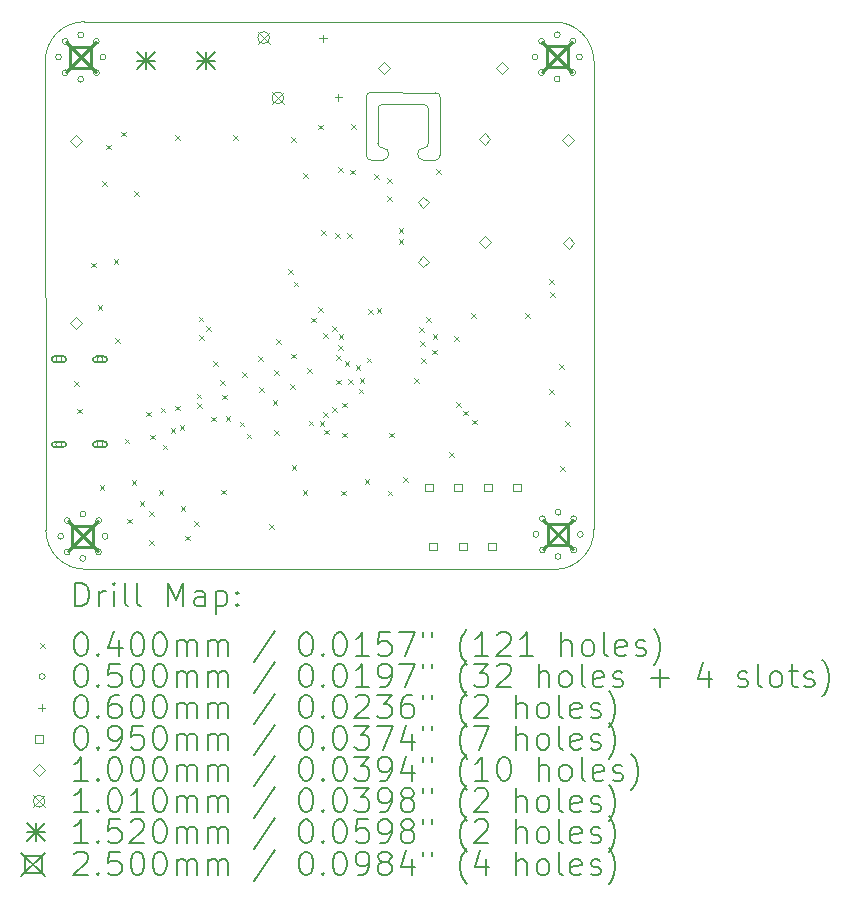
<source format=gbr>
%TF.GenerationSoftware,KiCad,Pcbnew,(6.0.9)*%
%TF.CreationDate,2022-12-23T18:09:11+01:00*%
%TF.ProjectId,Home Automation Coffee Machine PRO,486f6d65-2041-4757-946f-6d6174696f6e,5.3*%
%TF.SameCoordinates,Original*%
%TF.FileFunction,Drillmap*%
%TF.FilePolarity,Positive*%
%FSLAX45Y45*%
G04 Gerber Fmt 4.5, Leading zero omitted, Abs format (unit mm)*
G04 Created by KiCad (PCBNEW (6.0.9)) date 2022-12-23 18:09:11*
%MOMM*%
%LPD*%
G01*
G04 APERTURE LIST*
%ADD10C,0.100000*%
%ADD11C,0.050000*%
%ADD12C,0.200000*%
%ADD13C,0.040000*%
%ADD14C,0.060000*%
%ADD15C,0.095000*%
%ADD16C,0.101000*%
%ADD17C,0.152000*%
%ADD18C,0.250000*%
G04 APERTURE END LIST*
D10*
X14122000Y-8427000D02*
G75*
G03*
X14081000Y-8470049I-20J-41030D01*
G01*
X14079951Y-8756049D02*
X14081000Y-8470049D01*
X13981257Y-8858324D02*
G75*
G03*
X14024310Y-8899324I41053J4D01*
G01*
D11*
X15578336Y-12365903D02*
G75*
G03*
X15909336Y-12026800I4J331093D01*
G01*
X15909090Y-8062007D02*
G75*
G03*
X15569993Y-7731007I-331090J7D01*
G01*
D10*
X14610000Y-8370049D02*
G75*
G03*
X14566951Y-8329049I-41040J9D01*
G01*
X14122000Y-8427000D02*
X14466000Y-8428049D01*
X14509000Y-8755049D02*
X14509049Y-8469049D01*
X14568000Y-8900097D02*
X14468000Y-8900097D01*
X14468000Y-8798098D02*
G75*
G03*
X14509000Y-8755049I-20J41068D01*
G01*
X14609000Y-8857049D02*
X14610000Y-8370049D01*
X14123000Y-8899049D02*
X14024310Y-8899324D01*
X13980725Y-8369358D02*
X13981261Y-8858324D01*
D11*
X11597268Y-7728253D02*
X15569993Y-7731007D01*
X11270451Y-12033142D02*
G75*
G03*
X11609543Y-12364142I331089J-8D01*
G01*
D10*
X14566951Y-8329049D02*
X14021724Y-8326310D01*
X14123000Y-8899051D02*
G75*
G03*
X14123000Y-8797049I0J51001D01*
G01*
D11*
X11597268Y-7728252D02*
G75*
G03*
X11266268Y-8067349I2J-331098D01*
G01*
D10*
X14079952Y-8756049D02*
G75*
G03*
X14123000Y-8797049I41048J-1D01*
G01*
X14509050Y-8469049D02*
G75*
G03*
X14466000Y-8428049I-41050J-1D01*
G01*
X14468000Y-8798103D02*
G75*
G03*
X14468000Y-8900097I10J-50997D01*
G01*
D11*
X15909090Y-8062007D02*
X15909336Y-12026800D01*
D10*
X14021724Y-8326306D02*
G75*
G03*
X13980725Y-8369358I16J-41064D01*
G01*
D11*
X15578336Y-12365896D02*
X11609543Y-12364142D01*
X11270446Y-12033142D02*
X11266268Y-8067349D01*
D10*
X14568000Y-8900088D02*
G75*
G03*
X14609000Y-8857049I-10J41058D01*
G01*
D12*
D13*
X11512000Y-10771000D02*
X11552000Y-10811000D01*
X11552000Y-10771000D02*
X11512000Y-10811000D01*
X11533000Y-11004000D02*
X11573000Y-11044000D01*
X11573000Y-11004000D02*
X11533000Y-11044000D01*
X11656000Y-9769000D02*
X11696000Y-9809000D01*
X11696000Y-9769000D02*
X11656000Y-9809000D01*
X11709000Y-10128000D02*
X11749000Y-10168000D01*
X11749000Y-10128000D02*
X11709000Y-10168000D01*
X11725000Y-11653000D02*
X11765000Y-11693000D01*
X11765000Y-11653000D02*
X11725000Y-11693000D01*
X11744000Y-9076000D02*
X11784000Y-9116000D01*
X11784000Y-9076000D02*
X11744000Y-9116000D01*
X11781000Y-8770000D02*
X11821000Y-8810000D01*
X11821000Y-8770000D02*
X11781000Y-8810000D01*
X11844000Y-9739000D02*
X11884000Y-9779000D01*
X11884000Y-9739000D02*
X11844000Y-9779000D01*
X11857000Y-10405000D02*
X11897000Y-10445000D01*
X11897000Y-10405000D02*
X11857000Y-10445000D01*
X11907000Y-8660000D02*
X11947000Y-8700000D01*
X11947000Y-8660000D02*
X11907000Y-8700000D01*
X11937000Y-11259000D02*
X11977000Y-11299000D01*
X11977000Y-11259000D02*
X11937000Y-11299000D01*
X11960100Y-11936100D02*
X12000100Y-11976100D01*
X12000100Y-11936100D02*
X11960100Y-11976100D01*
X11996000Y-11608000D02*
X12036000Y-11648000D01*
X12036000Y-11608000D02*
X11996000Y-11648000D01*
X12019000Y-9161000D02*
X12059000Y-9201000D01*
X12059000Y-9161000D02*
X12019000Y-9201000D01*
X12065000Y-11786000D02*
X12105000Y-11826000D01*
X12105000Y-11786000D02*
X12065000Y-11826000D01*
X12121000Y-11031000D02*
X12161000Y-11071000D01*
X12161000Y-11031000D02*
X12121000Y-11071000D01*
X12144000Y-12117350D02*
X12184000Y-12157350D01*
X12184000Y-12117350D02*
X12144000Y-12157350D01*
X12146000Y-11870000D02*
X12186000Y-11910000D01*
X12186000Y-11870000D02*
X12146000Y-11910000D01*
X12153000Y-11224000D02*
X12193000Y-11264000D01*
X12193000Y-11224000D02*
X12153000Y-11264000D01*
X12226000Y-11697000D02*
X12266000Y-11737000D01*
X12266000Y-11697000D02*
X12226000Y-11737000D01*
X12242000Y-10997000D02*
X12282000Y-11037000D01*
X12282000Y-10997000D02*
X12242000Y-11037000D01*
X12259000Y-11309000D02*
X12299000Y-11349000D01*
X12299000Y-11309000D02*
X12259000Y-11349000D01*
X12327000Y-11169000D02*
X12367000Y-11209000D01*
X12367000Y-11169000D02*
X12327000Y-11209000D01*
X12364000Y-10980000D02*
X12404000Y-11020000D01*
X12404000Y-10980000D02*
X12364000Y-11020000D01*
X12365000Y-8688000D02*
X12405000Y-8728000D01*
X12405000Y-8688000D02*
X12365000Y-8728000D01*
X12402000Y-11143000D02*
X12442000Y-11183000D01*
X12442000Y-11143000D02*
X12402000Y-11183000D01*
X12411000Y-11830000D02*
X12451000Y-11870000D01*
X12451000Y-11830000D02*
X12411000Y-11870000D01*
X12449000Y-12079000D02*
X12489000Y-12119000D01*
X12489000Y-12079000D02*
X12449000Y-12119000D01*
X12525000Y-11959000D02*
X12565000Y-11999000D01*
X12565000Y-11959000D02*
X12525000Y-11999000D01*
X12547000Y-10878000D02*
X12587000Y-10918000D01*
X12587000Y-10878000D02*
X12547000Y-10918000D01*
X12550000Y-10960000D02*
X12590000Y-11000000D01*
X12590000Y-10960000D02*
X12550000Y-11000000D01*
X12564822Y-10225822D02*
X12604822Y-10265822D01*
X12604822Y-10225822D02*
X12564822Y-10265822D01*
X12568500Y-10382500D02*
X12608500Y-10422500D01*
X12608500Y-10382500D02*
X12568500Y-10422500D01*
X12629000Y-10309000D02*
X12669000Y-10349000D01*
X12669000Y-10309000D02*
X12629000Y-10349000D01*
X12667000Y-11072000D02*
X12707000Y-11112000D01*
X12707000Y-11072000D02*
X12667000Y-11112000D01*
X12686000Y-10601000D02*
X12726000Y-10641000D01*
X12726000Y-10601000D02*
X12686000Y-10641000D01*
X12745000Y-10763000D02*
X12785000Y-10803000D01*
X12785000Y-10763000D02*
X12745000Y-10803000D01*
X12756000Y-11691000D02*
X12796000Y-11731000D01*
X12796000Y-11691000D02*
X12756000Y-11731000D01*
X12763000Y-10885000D02*
X12803000Y-10925000D01*
X12803000Y-10885000D02*
X12763000Y-10925000D01*
X12792000Y-11065250D02*
X12832000Y-11105250D01*
X12832000Y-11065250D02*
X12792000Y-11105250D01*
X12853000Y-8689000D02*
X12893000Y-8729000D01*
X12893000Y-8689000D02*
X12853000Y-8729000D01*
X12910500Y-11115500D02*
X12950500Y-11155500D01*
X12950500Y-11115500D02*
X12910500Y-11155500D01*
X12934000Y-10697000D02*
X12974000Y-10737000D01*
X12974000Y-10697000D02*
X12934000Y-10737000D01*
X12971000Y-11216000D02*
X13011000Y-11256000D01*
X13011000Y-11216000D02*
X12971000Y-11256000D01*
X13070000Y-10557000D02*
X13110000Y-10597000D01*
X13110000Y-10557000D02*
X13070000Y-10597000D01*
X13074000Y-10822000D02*
X13114000Y-10862000D01*
X13114000Y-10822000D02*
X13074000Y-10862000D01*
X13163000Y-11983000D02*
X13203000Y-12023000D01*
X13203000Y-11983000D02*
X13163000Y-12023000D01*
X13190000Y-10932000D02*
X13230000Y-10972000D01*
X13230000Y-10932000D02*
X13190000Y-10972000D01*
X13201000Y-10680000D02*
X13241000Y-10720000D01*
X13241000Y-10680000D02*
X13201000Y-10720000D01*
X13203000Y-11184000D02*
X13243000Y-11224000D01*
X13243000Y-11184000D02*
X13203000Y-11224000D01*
X13218000Y-10415000D02*
X13258000Y-10455000D01*
X13258000Y-10415000D02*
X13218000Y-10455000D01*
X13322000Y-9824000D02*
X13362000Y-9864000D01*
X13362000Y-9824000D02*
X13322000Y-9864000D01*
X13336000Y-10800000D02*
X13376000Y-10840000D01*
X13376000Y-10800000D02*
X13336000Y-10840000D01*
X13345000Y-10540000D02*
X13385000Y-10580000D01*
X13385000Y-10540000D02*
X13345000Y-10580000D01*
X13350000Y-8706000D02*
X13390000Y-8746000D01*
X13390000Y-8706000D02*
X13350000Y-8746000D01*
X13351000Y-11484000D02*
X13391000Y-11524000D01*
X13391000Y-11484000D02*
X13351000Y-11524000D01*
X13369000Y-9930000D02*
X13409000Y-9970000D01*
X13409000Y-9930000D02*
X13369000Y-9970000D01*
X13445000Y-11697000D02*
X13485000Y-11737000D01*
X13485000Y-11697000D02*
X13445000Y-11737000D01*
X13451000Y-9008000D02*
X13491000Y-9048000D01*
X13491000Y-9008000D02*
X13451000Y-9048000D01*
X13482000Y-10662000D02*
X13522000Y-10702000D01*
X13522000Y-10662000D02*
X13482000Y-10702000D01*
X13495000Y-11105000D02*
X13535000Y-11145000D01*
X13535000Y-11105000D02*
X13495000Y-11145000D01*
X13514350Y-10234000D02*
X13554350Y-10274000D01*
X13554350Y-10234000D02*
X13514350Y-10274000D01*
X13578000Y-8599000D02*
X13618000Y-8639000D01*
X13618000Y-8599000D02*
X13578000Y-8639000D01*
X13578000Y-10146000D02*
X13618000Y-10186000D01*
X13618000Y-10146000D02*
X13578000Y-10186000D01*
X13588267Y-11113292D02*
X13628267Y-11153292D01*
X13628267Y-11113292D02*
X13588267Y-11153292D01*
X13601000Y-9495000D02*
X13641000Y-9535000D01*
X13641000Y-9495000D02*
X13601000Y-9535000D01*
X13615350Y-10368000D02*
X13655350Y-10408000D01*
X13655350Y-10368000D02*
X13615350Y-10408000D01*
X13618000Y-11033000D02*
X13658000Y-11073000D01*
X13658000Y-11033000D02*
X13618000Y-11073000D01*
X13628352Y-11182352D02*
X13668352Y-11222352D01*
X13668352Y-11182352D02*
X13628352Y-11222352D01*
X13696379Y-10993650D02*
X13736379Y-11033650D01*
X13736379Y-10993650D02*
X13696379Y-11033650D01*
X13697000Y-10304350D02*
X13737000Y-10344350D01*
X13737000Y-10304350D02*
X13697000Y-10344350D01*
X13722000Y-9521000D02*
X13762000Y-9561000D01*
X13762000Y-9521000D02*
X13722000Y-9561000D01*
X13725053Y-10551053D02*
X13765053Y-10591053D01*
X13765053Y-10551053D02*
X13725053Y-10591053D01*
X13731000Y-10760000D02*
X13771000Y-10800000D01*
X13771000Y-10760000D02*
X13731000Y-10800000D01*
X13743000Y-8960000D02*
X13783000Y-9000000D01*
X13783000Y-8960000D02*
X13743000Y-9000000D01*
X13748000Y-10469000D02*
X13788000Y-10509000D01*
X13788000Y-10469000D02*
X13748000Y-10509000D01*
X13750000Y-10376000D02*
X13790000Y-10416000D01*
X13790000Y-10376000D02*
X13750000Y-10416000D01*
X13770000Y-11698000D02*
X13810000Y-11738000D01*
X13810000Y-11698000D02*
X13770000Y-11738000D01*
X13776000Y-10953000D02*
X13816000Y-10993000D01*
X13816000Y-10953000D02*
X13776000Y-10993000D01*
X13778000Y-11207000D02*
X13818000Y-11247000D01*
X13818000Y-11207000D02*
X13778000Y-11247000D01*
X13800304Y-10602650D02*
X13840304Y-10642650D01*
X13840304Y-10602650D02*
X13800304Y-10642650D01*
X13820000Y-9517000D02*
X13860000Y-9557000D01*
X13860000Y-9517000D02*
X13820000Y-9557000D01*
X13827669Y-10755084D02*
X13867669Y-10795084D01*
X13867669Y-10755084D02*
X13827669Y-10795084D01*
X13848000Y-8982000D02*
X13888000Y-9022000D01*
X13888000Y-8982000D02*
X13848000Y-9022000D01*
X13857000Y-8598000D02*
X13897000Y-8638000D01*
X13897000Y-8598000D02*
X13857000Y-8638000D01*
X13894000Y-10638000D02*
X13934000Y-10678000D01*
X13934000Y-10638000D02*
X13894000Y-10678000D01*
X13918000Y-10835000D02*
X13958000Y-10875000D01*
X13958000Y-10835000D02*
X13918000Y-10875000D01*
X13926912Y-10744912D02*
X13966912Y-10784912D01*
X13966912Y-10744912D02*
X13926912Y-10784912D01*
X13970000Y-11601000D02*
X14010000Y-11641000D01*
X14010000Y-11601000D02*
X13970000Y-11641000D01*
X13987000Y-10573000D02*
X14027000Y-10613000D01*
X14027000Y-10573000D02*
X13987000Y-10613000D01*
X13999000Y-10161000D02*
X14039000Y-10201000D01*
X14039000Y-10161000D02*
X13999000Y-10201000D01*
X14047000Y-9019000D02*
X14087000Y-9059000D01*
X14087000Y-9019000D02*
X14047000Y-9059000D01*
X14072000Y-10154000D02*
X14112000Y-10194000D01*
X14112000Y-10154000D02*
X14072000Y-10194000D01*
X14157000Y-9206000D02*
X14197000Y-9246000D01*
X14197000Y-9206000D02*
X14157000Y-9246000D01*
X14161000Y-9055000D02*
X14201000Y-9095000D01*
X14201000Y-9055000D02*
X14161000Y-9095000D01*
X14164000Y-11699000D02*
X14204000Y-11739000D01*
X14204000Y-11699000D02*
X14164000Y-11739000D01*
X14174000Y-11207000D02*
X14214000Y-11247000D01*
X14214000Y-11207000D02*
X14174000Y-11247000D01*
X14257000Y-9478000D02*
X14297000Y-9518000D01*
X14297000Y-9478000D02*
X14257000Y-9518000D01*
X14257000Y-9569000D02*
X14297000Y-9609000D01*
X14297000Y-9569000D02*
X14257000Y-9609000D01*
X14296000Y-11582000D02*
X14336000Y-11622000D01*
X14336000Y-11582000D02*
X14296000Y-11622000D01*
X14388000Y-10746000D02*
X14428000Y-10786000D01*
X14428000Y-10746000D02*
X14388000Y-10786000D01*
X14431000Y-10315000D02*
X14471000Y-10355000D01*
X14471000Y-10315000D02*
X14431000Y-10355000D01*
X14437000Y-10435000D02*
X14477000Y-10475000D01*
X14477000Y-10435000D02*
X14437000Y-10475000D01*
X14448000Y-10576000D02*
X14488000Y-10616000D01*
X14488000Y-10576000D02*
X14448000Y-10616000D01*
X14487175Y-10229175D02*
X14527175Y-10269175D01*
X14527175Y-10229175D02*
X14487175Y-10269175D01*
X14541000Y-10505000D02*
X14581000Y-10545000D01*
X14581000Y-10505000D02*
X14541000Y-10545000D01*
X14544000Y-10372000D02*
X14584000Y-10412000D01*
X14584000Y-10372000D02*
X14544000Y-10412000D01*
X14574000Y-8977000D02*
X14614000Y-9017000D01*
X14614000Y-8977000D02*
X14574000Y-9017000D01*
X14683000Y-11372000D02*
X14723000Y-11412000D01*
X14723000Y-11372000D02*
X14683000Y-11412000D01*
X14729000Y-10390000D02*
X14769000Y-10430000D01*
X14769000Y-10390000D02*
X14729000Y-10430000D01*
X14744000Y-10949000D02*
X14784000Y-10989000D01*
X14784000Y-10949000D02*
X14744000Y-10989000D01*
X14803000Y-11022000D02*
X14843000Y-11062000D01*
X14843000Y-11022000D02*
X14803000Y-11062000D01*
X14872000Y-10198000D02*
X14912000Y-10238000D01*
X14912000Y-10198000D02*
X14872000Y-10238000D01*
X14880000Y-11097000D02*
X14920000Y-11137000D01*
X14920000Y-11097000D02*
X14880000Y-11137000D01*
X15330447Y-10197447D02*
X15370447Y-10237447D01*
X15370447Y-10197447D02*
X15330447Y-10237447D01*
X15531000Y-10839000D02*
X15571000Y-10879000D01*
X15571000Y-10839000D02*
X15531000Y-10879000D01*
X15533000Y-9907000D02*
X15573000Y-9947000D01*
X15573000Y-9907000D02*
X15533000Y-9947000D01*
X15541000Y-10016000D02*
X15581000Y-10056000D01*
X15581000Y-10016000D02*
X15541000Y-10056000D01*
X15615000Y-10625000D02*
X15655000Y-10665000D01*
X15655000Y-10625000D02*
X15615000Y-10665000D01*
X15627000Y-11494000D02*
X15667000Y-11534000D01*
X15667000Y-11494000D02*
X15627000Y-11534000D01*
X15666000Y-11108000D02*
X15706000Y-11148000D01*
X15706000Y-11108000D02*
X15666000Y-11148000D01*
D11*
X11403500Y-8028000D02*
G75*
G03*
X11403500Y-8028000I-25000J0D01*
G01*
X11406000Y-10586000D02*
G75*
G03*
X11406000Y-10586000I-25000J0D01*
G01*
D12*
X11346000Y-10611000D02*
X11416000Y-10611000D01*
X11346000Y-10561000D02*
X11416000Y-10561000D01*
X11416000Y-10611000D02*
G75*
G03*
X11416000Y-10561000I0J25000D01*
G01*
X11346000Y-10561000D02*
G75*
G03*
X11346000Y-10611000I0J-25000D01*
G01*
D11*
X11406000Y-11308000D02*
G75*
G03*
X11406000Y-11308000I-25000J0D01*
G01*
D12*
X11346000Y-11333000D02*
X11416000Y-11333000D01*
X11346000Y-11283000D02*
X11416000Y-11283000D01*
X11416000Y-11333000D02*
G75*
G03*
X11416000Y-11283000I0J25000D01*
G01*
X11346000Y-11283000D02*
G75*
G03*
X11346000Y-11333000I0J-25000D01*
G01*
D11*
X11421500Y-12085000D02*
G75*
G03*
X11421500Y-12085000I-25000J0D01*
G01*
X11458417Y-7895417D02*
G75*
G03*
X11458417Y-7895417I-25000J0D01*
G01*
X11458417Y-8160582D02*
G75*
G03*
X11458417Y-8160582I-25000J0D01*
G01*
X11476417Y-11952417D02*
G75*
G03*
X11476417Y-11952417I-25000J0D01*
G01*
X11476417Y-12217582D02*
G75*
G03*
X11476417Y-12217582I-25000J0D01*
G01*
X11591000Y-7840500D02*
G75*
G03*
X11591000Y-7840500I-25000J0D01*
G01*
X11591000Y-8215500D02*
G75*
G03*
X11591000Y-8215500I-25000J0D01*
G01*
X11609000Y-11897500D02*
G75*
G03*
X11609000Y-11897500I-25000J0D01*
G01*
X11609000Y-12272500D02*
G75*
G03*
X11609000Y-12272500I-25000J0D01*
G01*
X11723582Y-7895417D02*
G75*
G03*
X11723582Y-7895417I-25000J0D01*
G01*
X11723582Y-8160582D02*
G75*
G03*
X11723582Y-8160582I-25000J0D01*
G01*
X11741582Y-11952417D02*
G75*
G03*
X11741582Y-11952417I-25000J0D01*
G01*
X11741582Y-12217582D02*
G75*
G03*
X11741582Y-12217582I-25000J0D01*
G01*
X11753000Y-11307000D02*
G75*
G03*
X11753000Y-11307000I-25000J0D01*
G01*
D12*
X11693000Y-11332000D02*
X11763000Y-11332000D01*
X11693000Y-11282000D02*
X11763000Y-11282000D01*
X11763000Y-11332000D02*
G75*
G03*
X11763000Y-11282000I0J25000D01*
G01*
X11693000Y-11282000D02*
G75*
G03*
X11693000Y-11332000I0J-25000D01*
G01*
D11*
X11754000Y-10588000D02*
G75*
G03*
X11754000Y-10588000I-25000J0D01*
G01*
D12*
X11694000Y-10613000D02*
X11764000Y-10613000D01*
X11694000Y-10563000D02*
X11764000Y-10563000D01*
X11764000Y-10613000D02*
G75*
G03*
X11764000Y-10563000I0J25000D01*
G01*
X11694000Y-10563000D02*
G75*
G03*
X11694000Y-10613000I0J-25000D01*
G01*
D11*
X11778500Y-8028000D02*
G75*
G03*
X11778500Y-8028000I-25000J0D01*
G01*
X11796500Y-12085000D02*
G75*
G03*
X11796500Y-12085000I-25000J0D01*
G01*
X15436917Y-8026417D02*
G75*
G03*
X15436917Y-8026417I-25000J0D01*
G01*
X15444500Y-12069000D02*
G75*
G03*
X15444500Y-12069000I-25000J0D01*
G01*
X15491835Y-7893835D02*
G75*
G03*
X15491835Y-7893835I-25000J0D01*
G01*
X15491835Y-8159000D02*
G75*
G03*
X15491835Y-8159000I-25000J0D01*
G01*
X15499417Y-11936417D02*
G75*
G03*
X15499417Y-11936417I-25000J0D01*
G01*
X15499417Y-12201582D02*
G75*
G03*
X15499417Y-12201582I-25000J0D01*
G01*
X15624417Y-7838917D02*
G75*
G03*
X15624417Y-7838917I-25000J0D01*
G01*
X15624417Y-8213917D02*
G75*
G03*
X15624417Y-8213917I-25000J0D01*
G01*
X15632000Y-11881500D02*
G75*
G03*
X15632000Y-11881500I-25000J0D01*
G01*
X15632000Y-12256500D02*
G75*
G03*
X15632000Y-12256500I-25000J0D01*
G01*
X15757000Y-7893835D02*
G75*
G03*
X15757000Y-7893835I-25000J0D01*
G01*
X15757000Y-8159000D02*
G75*
G03*
X15757000Y-8159000I-25000J0D01*
G01*
X15764582Y-11936417D02*
G75*
G03*
X15764582Y-11936417I-25000J0D01*
G01*
X15764582Y-12201582D02*
G75*
G03*
X15764582Y-12201582I-25000J0D01*
G01*
X15811917Y-8026417D02*
G75*
G03*
X15811917Y-8026417I-25000J0D01*
G01*
X15819500Y-12069000D02*
G75*
G03*
X15819500Y-12069000I-25000J0D01*
G01*
D14*
X13617000Y-7837000D02*
X13617000Y-7897000D01*
X13587000Y-7867000D02*
X13647000Y-7867000D01*
X13747000Y-8337000D02*
X13747000Y-8397000D01*
X13717000Y-8367000D02*
X13777000Y-8367000D01*
D15*
X14545588Y-11705588D02*
X14545588Y-11638412D01*
X14478412Y-11638412D01*
X14478412Y-11705588D01*
X14545588Y-11705588D01*
X14582588Y-12205588D02*
X14582588Y-12138412D01*
X14515412Y-12138412D01*
X14515412Y-12205588D01*
X14582588Y-12205588D01*
X14795588Y-11705588D02*
X14795588Y-11638412D01*
X14728412Y-11638412D01*
X14728412Y-11705588D01*
X14795588Y-11705588D01*
X14832588Y-12205588D02*
X14832588Y-12138412D01*
X14765412Y-12138412D01*
X14765412Y-12205588D01*
X14832588Y-12205588D01*
X15045588Y-11705588D02*
X15045588Y-11638412D01*
X14978412Y-11638412D01*
X14978412Y-11705588D01*
X15045588Y-11705588D01*
X15082588Y-12205588D02*
X15082588Y-12138412D01*
X15015412Y-12138412D01*
X15015412Y-12205588D01*
X15082588Y-12205588D01*
X15295588Y-11705588D02*
X15295588Y-11638412D01*
X15228412Y-11638412D01*
X15228412Y-11705588D01*
X15295588Y-11705588D01*
D10*
X11527250Y-8789000D02*
X11577250Y-8739000D01*
X11527250Y-8689000D01*
X11477250Y-8739000D01*
X11527250Y-8789000D01*
X11527250Y-10329000D02*
X11577250Y-10279000D01*
X11527250Y-10229000D01*
X11477250Y-10279000D01*
X11527250Y-10329000D01*
X14135000Y-8172000D02*
X14185000Y-8122000D01*
X14135000Y-8072000D01*
X14085000Y-8122000D01*
X14135000Y-8172000D01*
X14467250Y-9309000D02*
X14517250Y-9259000D01*
X14467250Y-9209000D01*
X14417250Y-9259000D01*
X14467250Y-9309000D01*
X14467250Y-9809000D02*
X14517250Y-9759000D01*
X14467250Y-9709000D01*
X14417250Y-9759000D01*
X14467250Y-9809000D01*
X14984437Y-8769875D02*
X15034437Y-8719875D01*
X14984437Y-8669875D01*
X14934437Y-8719875D01*
X14984437Y-8769875D01*
X14991437Y-9644875D02*
X15041437Y-9594875D01*
X14991437Y-9544875D01*
X14941437Y-9594875D01*
X14991437Y-9644875D01*
X15135000Y-8172000D02*
X15185000Y-8122000D01*
X15135000Y-8072000D01*
X15085000Y-8122000D01*
X15135000Y-8172000D01*
X15691187Y-8777125D02*
X15741187Y-8727125D01*
X15691187Y-8677125D01*
X15641187Y-8727125D01*
X15691187Y-8777125D01*
X15696187Y-9652625D02*
X15746187Y-9602625D01*
X15696187Y-9552625D01*
X15646187Y-9602625D01*
X15696187Y-9652625D01*
D16*
X13064043Y-7812642D02*
X13165043Y-7913642D01*
X13165043Y-7812642D02*
X13064043Y-7913642D01*
X13165043Y-7863142D02*
G75*
G03*
X13165043Y-7863142I-50500J0D01*
G01*
X13184043Y-8322642D02*
X13285043Y-8423642D01*
X13285043Y-8322642D02*
X13184043Y-8423642D01*
X13285043Y-8373142D02*
G75*
G03*
X13285043Y-8373142I-50500J0D01*
G01*
D17*
X12040000Y-7981000D02*
X12192000Y-8133000D01*
X12192000Y-7981000D02*
X12040000Y-8133000D01*
X12116000Y-7981000D02*
X12116000Y-8133000D01*
X12040000Y-8057000D02*
X12192000Y-8057000D01*
X12548000Y-7981000D02*
X12700000Y-8133000D01*
X12700000Y-7981000D02*
X12548000Y-8133000D01*
X12624000Y-7981000D02*
X12624000Y-8133000D01*
X12548000Y-8057000D02*
X12700000Y-8057000D01*
D18*
X11441000Y-7903000D02*
X11691000Y-8153000D01*
X11691000Y-7903000D02*
X11441000Y-8153000D01*
X11654389Y-8116389D02*
X11654389Y-7939611D01*
X11477611Y-7939611D01*
X11477611Y-8116389D01*
X11654389Y-8116389D01*
X11459000Y-11960000D02*
X11709000Y-12210000D01*
X11709000Y-11960000D02*
X11459000Y-12210000D01*
X11672389Y-12173389D02*
X11672389Y-11996611D01*
X11495611Y-11996611D01*
X11495611Y-12173389D01*
X11672389Y-12173389D01*
X15474417Y-7901417D02*
X15724417Y-8151417D01*
X15724417Y-7901417D02*
X15474417Y-8151417D01*
X15687807Y-8114807D02*
X15687807Y-7938028D01*
X15511028Y-7938028D01*
X15511028Y-8114807D01*
X15687807Y-8114807D01*
X15482000Y-11944000D02*
X15732000Y-12194000D01*
X15732000Y-11944000D02*
X15482000Y-12194000D01*
X15695389Y-12157389D02*
X15695389Y-11980611D01*
X15518611Y-11980611D01*
X15518611Y-12157389D01*
X15695389Y-12157389D01*
D12*
X11521291Y-12678872D02*
X11521291Y-12478872D01*
X11568910Y-12478872D01*
X11597481Y-12488396D01*
X11616529Y-12507444D01*
X11626052Y-12526491D01*
X11635576Y-12564587D01*
X11635576Y-12593158D01*
X11626052Y-12631253D01*
X11616529Y-12650301D01*
X11597481Y-12669349D01*
X11568910Y-12678872D01*
X11521291Y-12678872D01*
X11721291Y-12678872D02*
X11721291Y-12545539D01*
X11721291Y-12583634D02*
X11730814Y-12564587D01*
X11740338Y-12555063D01*
X11759386Y-12545539D01*
X11778433Y-12545539D01*
X11845100Y-12678872D02*
X11845100Y-12545539D01*
X11845100Y-12478872D02*
X11835576Y-12488396D01*
X11845100Y-12497920D01*
X11854624Y-12488396D01*
X11845100Y-12478872D01*
X11845100Y-12497920D01*
X11968910Y-12678872D02*
X11949862Y-12669349D01*
X11940338Y-12650301D01*
X11940338Y-12478872D01*
X12073672Y-12678872D02*
X12054624Y-12669349D01*
X12045100Y-12650301D01*
X12045100Y-12478872D01*
X12302243Y-12678872D02*
X12302243Y-12478872D01*
X12368910Y-12621730D01*
X12435576Y-12478872D01*
X12435576Y-12678872D01*
X12616529Y-12678872D02*
X12616529Y-12574110D01*
X12607005Y-12555063D01*
X12587957Y-12545539D01*
X12549862Y-12545539D01*
X12530814Y-12555063D01*
X12616529Y-12669349D02*
X12597481Y-12678872D01*
X12549862Y-12678872D01*
X12530814Y-12669349D01*
X12521291Y-12650301D01*
X12521291Y-12631253D01*
X12530814Y-12612206D01*
X12549862Y-12602682D01*
X12597481Y-12602682D01*
X12616529Y-12593158D01*
X12711767Y-12545539D02*
X12711767Y-12745539D01*
X12711767Y-12555063D02*
X12730814Y-12545539D01*
X12768910Y-12545539D01*
X12787957Y-12555063D01*
X12797481Y-12564587D01*
X12807005Y-12583634D01*
X12807005Y-12640777D01*
X12797481Y-12659825D01*
X12787957Y-12669349D01*
X12768910Y-12678872D01*
X12730814Y-12678872D01*
X12711767Y-12669349D01*
X12892719Y-12659825D02*
X12902243Y-12669349D01*
X12892719Y-12678872D01*
X12883195Y-12669349D01*
X12892719Y-12659825D01*
X12892719Y-12678872D01*
X12892719Y-12555063D02*
X12902243Y-12564587D01*
X12892719Y-12574110D01*
X12883195Y-12564587D01*
X12892719Y-12555063D01*
X12892719Y-12574110D01*
D13*
X11223672Y-12988396D02*
X11263672Y-13028396D01*
X11263672Y-12988396D02*
X11223672Y-13028396D01*
D12*
X11559386Y-12898872D02*
X11578433Y-12898872D01*
X11597481Y-12908396D01*
X11607005Y-12917920D01*
X11616529Y-12936968D01*
X11626052Y-12975063D01*
X11626052Y-13022682D01*
X11616529Y-13060777D01*
X11607005Y-13079825D01*
X11597481Y-13089349D01*
X11578433Y-13098872D01*
X11559386Y-13098872D01*
X11540338Y-13089349D01*
X11530814Y-13079825D01*
X11521291Y-13060777D01*
X11511767Y-13022682D01*
X11511767Y-12975063D01*
X11521291Y-12936968D01*
X11530814Y-12917920D01*
X11540338Y-12908396D01*
X11559386Y-12898872D01*
X11711767Y-13079825D02*
X11721291Y-13089349D01*
X11711767Y-13098872D01*
X11702243Y-13089349D01*
X11711767Y-13079825D01*
X11711767Y-13098872D01*
X11892719Y-12965539D02*
X11892719Y-13098872D01*
X11845100Y-12889349D02*
X11797481Y-13032206D01*
X11921291Y-13032206D01*
X12035576Y-12898872D02*
X12054624Y-12898872D01*
X12073672Y-12908396D01*
X12083195Y-12917920D01*
X12092719Y-12936968D01*
X12102243Y-12975063D01*
X12102243Y-13022682D01*
X12092719Y-13060777D01*
X12083195Y-13079825D01*
X12073672Y-13089349D01*
X12054624Y-13098872D01*
X12035576Y-13098872D01*
X12016529Y-13089349D01*
X12007005Y-13079825D01*
X11997481Y-13060777D01*
X11987957Y-13022682D01*
X11987957Y-12975063D01*
X11997481Y-12936968D01*
X12007005Y-12917920D01*
X12016529Y-12908396D01*
X12035576Y-12898872D01*
X12226052Y-12898872D02*
X12245100Y-12898872D01*
X12264148Y-12908396D01*
X12273672Y-12917920D01*
X12283195Y-12936968D01*
X12292719Y-12975063D01*
X12292719Y-13022682D01*
X12283195Y-13060777D01*
X12273672Y-13079825D01*
X12264148Y-13089349D01*
X12245100Y-13098872D01*
X12226052Y-13098872D01*
X12207005Y-13089349D01*
X12197481Y-13079825D01*
X12187957Y-13060777D01*
X12178433Y-13022682D01*
X12178433Y-12975063D01*
X12187957Y-12936968D01*
X12197481Y-12917920D01*
X12207005Y-12908396D01*
X12226052Y-12898872D01*
X12378433Y-13098872D02*
X12378433Y-12965539D01*
X12378433Y-12984587D02*
X12387957Y-12975063D01*
X12407005Y-12965539D01*
X12435576Y-12965539D01*
X12454624Y-12975063D01*
X12464148Y-12994110D01*
X12464148Y-13098872D01*
X12464148Y-12994110D02*
X12473672Y-12975063D01*
X12492719Y-12965539D01*
X12521291Y-12965539D01*
X12540338Y-12975063D01*
X12549862Y-12994110D01*
X12549862Y-13098872D01*
X12645100Y-13098872D02*
X12645100Y-12965539D01*
X12645100Y-12984587D02*
X12654624Y-12975063D01*
X12673672Y-12965539D01*
X12702243Y-12965539D01*
X12721291Y-12975063D01*
X12730814Y-12994110D01*
X12730814Y-13098872D01*
X12730814Y-12994110D02*
X12740338Y-12975063D01*
X12759386Y-12965539D01*
X12787957Y-12965539D01*
X12807005Y-12975063D01*
X12816529Y-12994110D01*
X12816529Y-13098872D01*
X13207005Y-12889349D02*
X13035576Y-13146491D01*
X13464148Y-12898872D02*
X13483195Y-12898872D01*
X13502243Y-12908396D01*
X13511767Y-12917920D01*
X13521291Y-12936968D01*
X13530814Y-12975063D01*
X13530814Y-13022682D01*
X13521291Y-13060777D01*
X13511767Y-13079825D01*
X13502243Y-13089349D01*
X13483195Y-13098872D01*
X13464148Y-13098872D01*
X13445100Y-13089349D01*
X13435576Y-13079825D01*
X13426052Y-13060777D01*
X13416529Y-13022682D01*
X13416529Y-12975063D01*
X13426052Y-12936968D01*
X13435576Y-12917920D01*
X13445100Y-12908396D01*
X13464148Y-12898872D01*
X13616529Y-13079825D02*
X13626052Y-13089349D01*
X13616529Y-13098872D01*
X13607005Y-13089349D01*
X13616529Y-13079825D01*
X13616529Y-13098872D01*
X13749862Y-12898872D02*
X13768910Y-12898872D01*
X13787957Y-12908396D01*
X13797481Y-12917920D01*
X13807005Y-12936968D01*
X13816529Y-12975063D01*
X13816529Y-13022682D01*
X13807005Y-13060777D01*
X13797481Y-13079825D01*
X13787957Y-13089349D01*
X13768910Y-13098872D01*
X13749862Y-13098872D01*
X13730814Y-13089349D01*
X13721291Y-13079825D01*
X13711767Y-13060777D01*
X13702243Y-13022682D01*
X13702243Y-12975063D01*
X13711767Y-12936968D01*
X13721291Y-12917920D01*
X13730814Y-12908396D01*
X13749862Y-12898872D01*
X14007005Y-13098872D02*
X13892719Y-13098872D01*
X13949862Y-13098872D02*
X13949862Y-12898872D01*
X13930814Y-12927444D01*
X13911767Y-12946491D01*
X13892719Y-12956015D01*
X14187957Y-12898872D02*
X14092719Y-12898872D01*
X14083195Y-12994110D01*
X14092719Y-12984587D01*
X14111767Y-12975063D01*
X14159386Y-12975063D01*
X14178433Y-12984587D01*
X14187957Y-12994110D01*
X14197481Y-13013158D01*
X14197481Y-13060777D01*
X14187957Y-13079825D01*
X14178433Y-13089349D01*
X14159386Y-13098872D01*
X14111767Y-13098872D01*
X14092719Y-13089349D01*
X14083195Y-13079825D01*
X14264148Y-12898872D02*
X14397481Y-12898872D01*
X14311767Y-13098872D01*
X14464148Y-12898872D02*
X14464148Y-12936968D01*
X14540338Y-12898872D02*
X14540338Y-12936968D01*
X14835576Y-13175063D02*
X14826052Y-13165539D01*
X14807005Y-13136968D01*
X14797481Y-13117920D01*
X14787957Y-13089349D01*
X14778433Y-13041730D01*
X14778433Y-13003634D01*
X14787957Y-12956015D01*
X14797481Y-12927444D01*
X14807005Y-12908396D01*
X14826052Y-12879825D01*
X14835576Y-12870301D01*
X15016529Y-13098872D02*
X14902243Y-13098872D01*
X14959386Y-13098872D02*
X14959386Y-12898872D01*
X14940338Y-12927444D01*
X14921291Y-12946491D01*
X14902243Y-12956015D01*
X15092719Y-12917920D02*
X15102243Y-12908396D01*
X15121291Y-12898872D01*
X15168910Y-12898872D01*
X15187957Y-12908396D01*
X15197481Y-12917920D01*
X15207005Y-12936968D01*
X15207005Y-12956015D01*
X15197481Y-12984587D01*
X15083195Y-13098872D01*
X15207005Y-13098872D01*
X15397481Y-13098872D02*
X15283195Y-13098872D01*
X15340338Y-13098872D02*
X15340338Y-12898872D01*
X15321291Y-12927444D01*
X15302243Y-12946491D01*
X15283195Y-12956015D01*
X15635576Y-13098872D02*
X15635576Y-12898872D01*
X15721291Y-13098872D02*
X15721291Y-12994110D01*
X15711767Y-12975063D01*
X15692719Y-12965539D01*
X15664148Y-12965539D01*
X15645100Y-12975063D01*
X15635576Y-12984587D01*
X15845100Y-13098872D02*
X15826052Y-13089349D01*
X15816529Y-13079825D01*
X15807005Y-13060777D01*
X15807005Y-13003634D01*
X15816529Y-12984587D01*
X15826052Y-12975063D01*
X15845100Y-12965539D01*
X15873671Y-12965539D01*
X15892719Y-12975063D01*
X15902243Y-12984587D01*
X15911767Y-13003634D01*
X15911767Y-13060777D01*
X15902243Y-13079825D01*
X15892719Y-13089349D01*
X15873671Y-13098872D01*
X15845100Y-13098872D01*
X16026052Y-13098872D02*
X16007005Y-13089349D01*
X15997481Y-13070301D01*
X15997481Y-12898872D01*
X16178433Y-13089349D02*
X16159386Y-13098872D01*
X16121291Y-13098872D01*
X16102243Y-13089349D01*
X16092719Y-13070301D01*
X16092719Y-12994110D01*
X16102243Y-12975063D01*
X16121291Y-12965539D01*
X16159386Y-12965539D01*
X16178433Y-12975063D01*
X16187957Y-12994110D01*
X16187957Y-13013158D01*
X16092719Y-13032206D01*
X16264148Y-13089349D02*
X16283195Y-13098872D01*
X16321291Y-13098872D01*
X16340338Y-13089349D01*
X16349862Y-13070301D01*
X16349862Y-13060777D01*
X16340338Y-13041730D01*
X16321291Y-13032206D01*
X16292719Y-13032206D01*
X16273671Y-13022682D01*
X16264148Y-13003634D01*
X16264148Y-12994110D01*
X16273671Y-12975063D01*
X16292719Y-12965539D01*
X16321291Y-12965539D01*
X16340338Y-12975063D01*
X16416529Y-13175063D02*
X16426052Y-13165539D01*
X16445100Y-13136968D01*
X16454624Y-13117920D01*
X16464148Y-13089349D01*
X16473671Y-13041730D01*
X16473671Y-13003634D01*
X16464148Y-12956015D01*
X16454624Y-12927444D01*
X16445100Y-12908396D01*
X16426052Y-12879825D01*
X16416529Y-12870301D01*
D11*
X11263672Y-13272396D02*
G75*
G03*
X11263672Y-13272396I-25000J0D01*
G01*
D12*
X11559386Y-13162872D02*
X11578433Y-13162872D01*
X11597481Y-13172396D01*
X11607005Y-13181920D01*
X11616529Y-13200968D01*
X11626052Y-13239063D01*
X11626052Y-13286682D01*
X11616529Y-13324777D01*
X11607005Y-13343825D01*
X11597481Y-13353349D01*
X11578433Y-13362872D01*
X11559386Y-13362872D01*
X11540338Y-13353349D01*
X11530814Y-13343825D01*
X11521291Y-13324777D01*
X11511767Y-13286682D01*
X11511767Y-13239063D01*
X11521291Y-13200968D01*
X11530814Y-13181920D01*
X11540338Y-13172396D01*
X11559386Y-13162872D01*
X11711767Y-13343825D02*
X11721291Y-13353349D01*
X11711767Y-13362872D01*
X11702243Y-13353349D01*
X11711767Y-13343825D01*
X11711767Y-13362872D01*
X11902243Y-13162872D02*
X11807005Y-13162872D01*
X11797481Y-13258110D01*
X11807005Y-13248587D01*
X11826052Y-13239063D01*
X11873672Y-13239063D01*
X11892719Y-13248587D01*
X11902243Y-13258110D01*
X11911767Y-13277158D01*
X11911767Y-13324777D01*
X11902243Y-13343825D01*
X11892719Y-13353349D01*
X11873672Y-13362872D01*
X11826052Y-13362872D01*
X11807005Y-13353349D01*
X11797481Y-13343825D01*
X12035576Y-13162872D02*
X12054624Y-13162872D01*
X12073672Y-13172396D01*
X12083195Y-13181920D01*
X12092719Y-13200968D01*
X12102243Y-13239063D01*
X12102243Y-13286682D01*
X12092719Y-13324777D01*
X12083195Y-13343825D01*
X12073672Y-13353349D01*
X12054624Y-13362872D01*
X12035576Y-13362872D01*
X12016529Y-13353349D01*
X12007005Y-13343825D01*
X11997481Y-13324777D01*
X11987957Y-13286682D01*
X11987957Y-13239063D01*
X11997481Y-13200968D01*
X12007005Y-13181920D01*
X12016529Y-13172396D01*
X12035576Y-13162872D01*
X12226052Y-13162872D02*
X12245100Y-13162872D01*
X12264148Y-13172396D01*
X12273672Y-13181920D01*
X12283195Y-13200968D01*
X12292719Y-13239063D01*
X12292719Y-13286682D01*
X12283195Y-13324777D01*
X12273672Y-13343825D01*
X12264148Y-13353349D01*
X12245100Y-13362872D01*
X12226052Y-13362872D01*
X12207005Y-13353349D01*
X12197481Y-13343825D01*
X12187957Y-13324777D01*
X12178433Y-13286682D01*
X12178433Y-13239063D01*
X12187957Y-13200968D01*
X12197481Y-13181920D01*
X12207005Y-13172396D01*
X12226052Y-13162872D01*
X12378433Y-13362872D02*
X12378433Y-13229539D01*
X12378433Y-13248587D02*
X12387957Y-13239063D01*
X12407005Y-13229539D01*
X12435576Y-13229539D01*
X12454624Y-13239063D01*
X12464148Y-13258110D01*
X12464148Y-13362872D01*
X12464148Y-13258110D02*
X12473672Y-13239063D01*
X12492719Y-13229539D01*
X12521291Y-13229539D01*
X12540338Y-13239063D01*
X12549862Y-13258110D01*
X12549862Y-13362872D01*
X12645100Y-13362872D02*
X12645100Y-13229539D01*
X12645100Y-13248587D02*
X12654624Y-13239063D01*
X12673672Y-13229539D01*
X12702243Y-13229539D01*
X12721291Y-13239063D01*
X12730814Y-13258110D01*
X12730814Y-13362872D01*
X12730814Y-13258110D02*
X12740338Y-13239063D01*
X12759386Y-13229539D01*
X12787957Y-13229539D01*
X12807005Y-13239063D01*
X12816529Y-13258110D01*
X12816529Y-13362872D01*
X13207005Y-13153349D02*
X13035576Y-13410491D01*
X13464148Y-13162872D02*
X13483195Y-13162872D01*
X13502243Y-13172396D01*
X13511767Y-13181920D01*
X13521291Y-13200968D01*
X13530814Y-13239063D01*
X13530814Y-13286682D01*
X13521291Y-13324777D01*
X13511767Y-13343825D01*
X13502243Y-13353349D01*
X13483195Y-13362872D01*
X13464148Y-13362872D01*
X13445100Y-13353349D01*
X13435576Y-13343825D01*
X13426052Y-13324777D01*
X13416529Y-13286682D01*
X13416529Y-13239063D01*
X13426052Y-13200968D01*
X13435576Y-13181920D01*
X13445100Y-13172396D01*
X13464148Y-13162872D01*
X13616529Y-13343825D02*
X13626052Y-13353349D01*
X13616529Y-13362872D01*
X13607005Y-13353349D01*
X13616529Y-13343825D01*
X13616529Y-13362872D01*
X13749862Y-13162872D02*
X13768910Y-13162872D01*
X13787957Y-13172396D01*
X13797481Y-13181920D01*
X13807005Y-13200968D01*
X13816529Y-13239063D01*
X13816529Y-13286682D01*
X13807005Y-13324777D01*
X13797481Y-13343825D01*
X13787957Y-13353349D01*
X13768910Y-13362872D01*
X13749862Y-13362872D01*
X13730814Y-13353349D01*
X13721291Y-13343825D01*
X13711767Y-13324777D01*
X13702243Y-13286682D01*
X13702243Y-13239063D01*
X13711767Y-13200968D01*
X13721291Y-13181920D01*
X13730814Y-13172396D01*
X13749862Y-13162872D01*
X14007005Y-13362872D02*
X13892719Y-13362872D01*
X13949862Y-13362872D02*
X13949862Y-13162872D01*
X13930814Y-13191444D01*
X13911767Y-13210491D01*
X13892719Y-13220015D01*
X14102243Y-13362872D02*
X14140338Y-13362872D01*
X14159386Y-13353349D01*
X14168910Y-13343825D01*
X14187957Y-13315253D01*
X14197481Y-13277158D01*
X14197481Y-13200968D01*
X14187957Y-13181920D01*
X14178433Y-13172396D01*
X14159386Y-13162872D01*
X14121291Y-13162872D01*
X14102243Y-13172396D01*
X14092719Y-13181920D01*
X14083195Y-13200968D01*
X14083195Y-13248587D01*
X14092719Y-13267634D01*
X14102243Y-13277158D01*
X14121291Y-13286682D01*
X14159386Y-13286682D01*
X14178433Y-13277158D01*
X14187957Y-13267634D01*
X14197481Y-13248587D01*
X14264148Y-13162872D02*
X14397481Y-13162872D01*
X14311767Y-13362872D01*
X14464148Y-13162872D02*
X14464148Y-13200968D01*
X14540338Y-13162872D02*
X14540338Y-13200968D01*
X14835576Y-13439063D02*
X14826052Y-13429539D01*
X14807005Y-13400968D01*
X14797481Y-13381920D01*
X14787957Y-13353349D01*
X14778433Y-13305730D01*
X14778433Y-13267634D01*
X14787957Y-13220015D01*
X14797481Y-13191444D01*
X14807005Y-13172396D01*
X14826052Y-13143825D01*
X14835576Y-13134301D01*
X14892719Y-13162872D02*
X15016529Y-13162872D01*
X14949862Y-13239063D01*
X14978433Y-13239063D01*
X14997481Y-13248587D01*
X15007005Y-13258110D01*
X15016529Y-13277158D01*
X15016529Y-13324777D01*
X15007005Y-13343825D01*
X14997481Y-13353349D01*
X14978433Y-13362872D01*
X14921291Y-13362872D01*
X14902243Y-13353349D01*
X14892719Y-13343825D01*
X15092719Y-13181920D02*
X15102243Y-13172396D01*
X15121291Y-13162872D01*
X15168910Y-13162872D01*
X15187957Y-13172396D01*
X15197481Y-13181920D01*
X15207005Y-13200968D01*
X15207005Y-13220015D01*
X15197481Y-13248587D01*
X15083195Y-13362872D01*
X15207005Y-13362872D01*
X15445100Y-13362872D02*
X15445100Y-13162872D01*
X15530814Y-13362872D02*
X15530814Y-13258110D01*
X15521291Y-13239063D01*
X15502243Y-13229539D01*
X15473671Y-13229539D01*
X15454624Y-13239063D01*
X15445100Y-13248587D01*
X15654624Y-13362872D02*
X15635576Y-13353349D01*
X15626052Y-13343825D01*
X15616529Y-13324777D01*
X15616529Y-13267634D01*
X15626052Y-13248587D01*
X15635576Y-13239063D01*
X15654624Y-13229539D01*
X15683195Y-13229539D01*
X15702243Y-13239063D01*
X15711767Y-13248587D01*
X15721291Y-13267634D01*
X15721291Y-13324777D01*
X15711767Y-13343825D01*
X15702243Y-13353349D01*
X15683195Y-13362872D01*
X15654624Y-13362872D01*
X15835576Y-13362872D02*
X15816529Y-13353349D01*
X15807005Y-13334301D01*
X15807005Y-13162872D01*
X15987957Y-13353349D02*
X15968910Y-13362872D01*
X15930814Y-13362872D01*
X15911767Y-13353349D01*
X15902243Y-13334301D01*
X15902243Y-13258110D01*
X15911767Y-13239063D01*
X15930814Y-13229539D01*
X15968910Y-13229539D01*
X15987957Y-13239063D01*
X15997481Y-13258110D01*
X15997481Y-13277158D01*
X15902243Y-13296206D01*
X16073671Y-13353349D02*
X16092719Y-13362872D01*
X16130814Y-13362872D01*
X16149862Y-13353349D01*
X16159386Y-13334301D01*
X16159386Y-13324777D01*
X16149862Y-13305730D01*
X16130814Y-13296206D01*
X16102243Y-13296206D01*
X16083195Y-13286682D01*
X16073671Y-13267634D01*
X16073671Y-13258110D01*
X16083195Y-13239063D01*
X16102243Y-13229539D01*
X16130814Y-13229539D01*
X16149862Y-13239063D01*
X16397481Y-13286682D02*
X16549862Y-13286682D01*
X16473671Y-13362872D02*
X16473671Y-13210491D01*
X16883195Y-13229539D02*
X16883195Y-13362872D01*
X16835576Y-13153349D02*
X16787957Y-13296206D01*
X16911767Y-13296206D01*
X17130814Y-13353349D02*
X17149862Y-13362872D01*
X17187957Y-13362872D01*
X17207005Y-13353349D01*
X17216529Y-13334301D01*
X17216529Y-13324777D01*
X17207005Y-13305730D01*
X17187957Y-13296206D01*
X17159386Y-13296206D01*
X17140338Y-13286682D01*
X17130814Y-13267634D01*
X17130814Y-13258110D01*
X17140338Y-13239063D01*
X17159386Y-13229539D01*
X17187957Y-13229539D01*
X17207005Y-13239063D01*
X17330814Y-13362872D02*
X17311767Y-13353349D01*
X17302243Y-13334301D01*
X17302243Y-13162872D01*
X17435576Y-13362872D02*
X17416529Y-13353349D01*
X17407005Y-13343825D01*
X17397481Y-13324777D01*
X17397481Y-13267634D01*
X17407005Y-13248587D01*
X17416529Y-13239063D01*
X17435576Y-13229539D01*
X17464148Y-13229539D01*
X17483195Y-13239063D01*
X17492719Y-13248587D01*
X17502243Y-13267634D01*
X17502243Y-13324777D01*
X17492719Y-13343825D01*
X17483195Y-13353349D01*
X17464148Y-13362872D01*
X17435576Y-13362872D01*
X17559386Y-13229539D02*
X17635576Y-13229539D01*
X17587957Y-13162872D02*
X17587957Y-13334301D01*
X17597481Y-13353349D01*
X17616529Y-13362872D01*
X17635576Y-13362872D01*
X17692719Y-13353349D02*
X17711767Y-13362872D01*
X17749862Y-13362872D01*
X17768910Y-13353349D01*
X17778434Y-13334301D01*
X17778434Y-13324777D01*
X17768910Y-13305730D01*
X17749862Y-13296206D01*
X17721291Y-13296206D01*
X17702243Y-13286682D01*
X17692719Y-13267634D01*
X17692719Y-13258110D01*
X17702243Y-13239063D01*
X17721291Y-13229539D01*
X17749862Y-13229539D01*
X17768910Y-13239063D01*
X17845100Y-13439063D02*
X17854624Y-13429539D01*
X17873672Y-13400968D01*
X17883195Y-13381920D01*
X17892719Y-13353349D01*
X17902243Y-13305730D01*
X17902243Y-13267634D01*
X17892719Y-13220015D01*
X17883195Y-13191444D01*
X17873672Y-13172396D01*
X17854624Y-13143825D01*
X17845100Y-13134301D01*
D14*
X11233672Y-13506396D02*
X11233672Y-13566396D01*
X11203672Y-13536396D02*
X11263672Y-13536396D01*
D12*
X11559386Y-13426872D02*
X11578433Y-13426872D01*
X11597481Y-13436396D01*
X11607005Y-13445920D01*
X11616529Y-13464968D01*
X11626052Y-13503063D01*
X11626052Y-13550682D01*
X11616529Y-13588777D01*
X11607005Y-13607825D01*
X11597481Y-13617349D01*
X11578433Y-13626872D01*
X11559386Y-13626872D01*
X11540338Y-13617349D01*
X11530814Y-13607825D01*
X11521291Y-13588777D01*
X11511767Y-13550682D01*
X11511767Y-13503063D01*
X11521291Y-13464968D01*
X11530814Y-13445920D01*
X11540338Y-13436396D01*
X11559386Y-13426872D01*
X11711767Y-13607825D02*
X11721291Y-13617349D01*
X11711767Y-13626872D01*
X11702243Y-13617349D01*
X11711767Y-13607825D01*
X11711767Y-13626872D01*
X11892719Y-13426872D02*
X11854624Y-13426872D01*
X11835576Y-13436396D01*
X11826052Y-13445920D01*
X11807005Y-13474491D01*
X11797481Y-13512587D01*
X11797481Y-13588777D01*
X11807005Y-13607825D01*
X11816529Y-13617349D01*
X11835576Y-13626872D01*
X11873672Y-13626872D01*
X11892719Y-13617349D01*
X11902243Y-13607825D01*
X11911767Y-13588777D01*
X11911767Y-13541158D01*
X11902243Y-13522110D01*
X11892719Y-13512587D01*
X11873672Y-13503063D01*
X11835576Y-13503063D01*
X11816529Y-13512587D01*
X11807005Y-13522110D01*
X11797481Y-13541158D01*
X12035576Y-13426872D02*
X12054624Y-13426872D01*
X12073672Y-13436396D01*
X12083195Y-13445920D01*
X12092719Y-13464968D01*
X12102243Y-13503063D01*
X12102243Y-13550682D01*
X12092719Y-13588777D01*
X12083195Y-13607825D01*
X12073672Y-13617349D01*
X12054624Y-13626872D01*
X12035576Y-13626872D01*
X12016529Y-13617349D01*
X12007005Y-13607825D01*
X11997481Y-13588777D01*
X11987957Y-13550682D01*
X11987957Y-13503063D01*
X11997481Y-13464968D01*
X12007005Y-13445920D01*
X12016529Y-13436396D01*
X12035576Y-13426872D01*
X12226052Y-13426872D02*
X12245100Y-13426872D01*
X12264148Y-13436396D01*
X12273672Y-13445920D01*
X12283195Y-13464968D01*
X12292719Y-13503063D01*
X12292719Y-13550682D01*
X12283195Y-13588777D01*
X12273672Y-13607825D01*
X12264148Y-13617349D01*
X12245100Y-13626872D01*
X12226052Y-13626872D01*
X12207005Y-13617349D01*
X12197481Y-13607825D01*
X12187957Y-13588777D01*
X12178433Y-13550682D01*
X12178433Y-13503063D01*
X12187957Y-13464968D01*
X12197481Y-13445920D01*
X12207005Y-13436396D01*
X12226052Y-13426872D01*
X12378433Y-13626872D02*
X12378433Y-13493539D01*
X12378433Y-13512587D02*
X12387957Y-13503063D01*
X12407005Y-13493539D01*
X12435576Y-13493539D01*
X12454624Y-13503063D01*
X12464148Y-13522110D01*
X12464148Y-13626872D01*
X12464148Y-13522110D02*
X12473672Y-13503063D01*
X12492719Y-13493539D01*
X12521291Y-13493539D01*
X12540338Y-13503063D01*
X12549862Y-13522110D01*
X12549862Y-13626872D01*
X12645100Y-13626872D02*
X12645100Y-13493539D01*
X12645100Y-13512587D02*
X12654624Y-13503063D01*
X12673672Y-13493539D01*
X12702243Y-13493539D01*
X12721291Y-13503063D01*
X12730814Y-13522110D01*
X12730814Y-13626872D01*
X12730814Y-13522110D02*
X12740338Y-13503063D01*
X12759386Y-13493539D01*
X12787957Y-13493539D01*
X12807005Y-13503063D01*
X12816529Y-13522110D01*
X12816529Y-13626872D01*
X13207005Y-13417349D02*
X13035576Y-13674491D01*
X13464148Y-13426872D02*
X13483195Y-13426872D01*
X13502243Y-13436396D01*
X13511767Y-13445920D01*
X13521291Y-13464968D01*
X13530814Y-13503063D01*
X13530814Y-13550682D01*
X13521291Y-13588777D01*
X13511767Y-13607825D01*
X13502243Y-13617349D01*
X13483195Y-13626872D01*
X13464148Y-13626872D01*
X13445100Y-13617349D01*
X13435576Y-13607825D01*
X13426052Y-13588777D01*
X13416529Y-13550682D01*
X13416529Y-13503063D01*
X13426052Y-13464968D01*
X13435576Y-13445920D01*
X13445100Y-13436396D01*
X13464148Y-13426872D01*
X13616529Y-13607825D02*
X13626052Y-13617349D01*
X13616529Y-13626872D01*
X13607005Y-13617349D01*
X13616529Y-13607825D01*
X13616529Y-13626872D01*
X13749862Y-13426872D02*
X13768910Y-13426872D01*
X13787957Y-13436396D01*
X13797481Y-13445920D01*
X13807005Y-13464968D01*
X13816529Y-13503063D01*
X13816529Y-13550682D01*
X13807005Y-13588777D01*
X13797481Y-13607825D01*
X13787957Y-13617349D01*
X13768910Y-13626872D01*
X13749862Y-13626872D01*
X13730814Y-13617349D01*
X13721291Y-13607825D01*
X13711767Y-13588777D01*
X13702243Y-13550682D01*
X13702243Y-13503063D01*
X13711767Y-13464968D01*
X13721291Y-13445920D01*
X13730814Y-13436396D01*
X13749862Y-13426872D01*
X13892719Y-13445920D02*
X13902243Y-13436396D01*
X13921291Y-13426872D01*
X13968910Y-13426872D01*
X13987957Y-13436396D01*
X13997481Y-13445920D01*
X14007005Y-13464968D01*
X14007005Y-13484015D01*
X13997481Y-13512587D01*
X13883195Y-13626872D01*
X14007005Y-13626872D01*
X14073672Y-13426872D02*
X14197481Y-13426872D01*
X14130814Y-13503063D01*
X14159386Y-13503063D01*
X14178433Y-13512587D01*
X14187957Y-13522110D01*
X14197481Y-13541158D01*
X14197481Y-13588777D01*
X14187957Y-13607825D01*
X14178433Y-13617349D01*
X14159386Y-13626872D01*
X14102243Y-13626872D01*
X14083195Y-13617349D01*
X14073672Y-13607825D01*
X14368910Y-13426872D02*
X14330814Y-13426872D01*
X14311767Y-13436396D01*
X14302243Y-13445920D01*
X14283195Y-13474491D01*
X14273672Y-13512587D01*
X14273672Y-13588777D01*
X14283195Y-13607825D01*
X14292719Y-13617349D01*
X14311767Y-13626872D01*
X14349862Y-13626872D01*
X14368910Y-13617349D01*
X14378433Y-13607825D01*
X14387957Y-13588777D01*
X14387957Y-13541158D01*
X14378433Y-13522110D01*
X14368910Y-13512587D01*
X14349862Y-13503063D01*
X14311767Y-13503063D01*
X14292719Y-13512587D01*
X14283195Y-13522110D01*
X14273672Y-13541158D01*
X14464148Y-13426872D02*
X14464148Y-13464968D01*
X14540338Y-13426872D02*
X14540338Y-13464968D01*
X14835576Y-13703063D02*
X14826052Y-13693539D01*
X14807005Y-13664968D01*
X14797481Y-13645920D01*
X14787957Y-13617349D01*
X14778433Y-13569730D01*
X14778433Y-13531634D01*
X14787957Y-13484015D01*
X14797481Y-13455444D01*
X14807005Y-13436396D01*
X14826052Y-13407825D01*
X14835576Y-13398301D01*
X14902243Y-13445920D02*
X14911767Y-13436396D01*
X14930814Y-13426872D01*
X14978433Y-13426872D01*
X14997481Y-13436396D01*
X15007005Y-13445920D01*
X15016529Y-13464968D01*
X15016529Y-13484015D01*
X15007005Y-13512587D01*
X14892719Y-13626872D01*
X15016529Y-13626872D01*
X15254624Y-13626872D02*
X15254624Y-13426872D01*
X15340338Y-13626872D02*
X15340338Y-13522110D01*
X15330814Y-13503063D01*
X15311767Y-13493539D01*
X15283195Y-13493539D01*
X15264148Y-13503063D01*
X15254624Y-13512587D01*
X15464148Y-13626872D02*
X15445100Y-13617349D01*
X15435576Y-13607825D01*
X15426052Y-13588777D01*
X15426052Y-13531634D01*
X15435576Y-13512587D01*
X15445100Y-13503063D01*
X15464148Y-13493539D01*
X15492719Y-13493539D01*
X15511767Y-13503063D01*
X15521291Y-13512587D01*
X15530814Y-13531634D01*
X15530814Y-13588777D01*
X15521291Y-13607825D01*
X15511767Y-13617349D01*
X15492719Y-13626872D01*
X15464148Y-13626872D01*
X15645100Y-13626872D02*
X15626052Y-13617349D01*
X15616529Y-13598301D01*
X15616529Y-13426872D01*
X15797481Y-13617349D02*
X15778433Y-13626872D01*
X15740338Y-13626872D01*
X15721291Y-13617349D01*
X15711767Y-13598301D01*
X15711767Y-13522110D01*
X15721291Y-13503063D01*
X15740338Y-13493539D01*
X15778433Y-13493539D01*
X15797481Y-13503063D01*
X15807005Y-13522110D01*
X15807005Y-13541158D01*
X15711767Y-13560206D01*
X15883195Y-13617349D02*
X15902243Y-13626872D01*
X15940338Y-13626872D01*
X15959386Y-13617349D01*
X15968910Y-13598301D01*
X15968910Y-13588777D01*
X15959386Y-13569730D01*
X15940338Y-13560206D01*
X15911767Y-13560206D01*
X15892719Y-13550682D01*
X15883195Y-13531634D01*
X15883195Y-13522110D01*
X15892719Y-13503063D01*
X15911767Y-13493539D01*
X15940338Y-13493539D01*
X15959386Y-13503063D01*
X16035576Y-13703063D02*
X16045100Y-13693539D01*
X16064148Y-13664968D01*
X16073671Y-13645920D01*
X16083195Y-13617349D01*
X16092719Y-13569730D01*
X16092719Y-13531634D01*
X16083195Y-13484015D01*
X16073671Y-13455444D01*
X16064148Y-13436396D01*
X16045100Y-13407825D01*
X16035576Y-13398301D01*
D15*
X11249759Y-13833984D02*
X11249759Y-13766808D01*
X11182584Y-13766808D01*
X11182584Y-13833984D01*
X11249759Y-13833984D01*
D12*
X11559386Y-13690872D02*
X11578433Y-13690872D01*
X11597481Y-13700396D01*
X11607005Y-13709920D01*
X11616529Y-13728968D01*
X11626052Y-13767063D01*
X11626052Y-13814682D01*
X11616529Y-13852777D01*
X11607005Y-13871825D01*
X11597481Y-13881349D01*
X11578433Y-13890872D01*
X11559386Y-13890872D01*
X11540338Y-13881349D01*
X11530814Y-13871825D01*
X11521291Y-13852777D01*
X11511767Y-13814682D01*
X11511767Y-13767063D01*
X11521291Y-13728968D01*
X11530814Y-13709920D01*
X11540338Y-13700396D01*
X11559386Y-13690872D01*
X11711767Y-13871825D02*
X11721291Y-13881349D01*
X11711767Y-13890872D01*
X11702243Y-13881349D01*
X11711767Y-13871825D01*
X11711767Y-13890872D01*
X11816529Y-13890872D02*
X11854624Y-13890872D01*
X11873672Y-13881349D01*
X11883195Y-13871825D01*
X11902243Y-13843253D01*
X11911767Y-13805158D01*
X11911767Y-13728968D01*
X11902243Y-13709920D01*
X11892719Y-13700396D01*
X11873672Y-13690872D01*
X11835576Y-13690872D01*
X11816529Y-13700396D01*
X11807005Y-13709920D01*
X11797481Y-13728968D01*
X11797481Y-13776587D01*
X11807005Y-13795634D01*
X11816529Y-13805158D01*
X11835576Y-13814682D01*
X11873672Y-13814682D01*
X11892719Y-13805158D01*
X11902243Y-13795634D01*
X11911767Y-13776587D01*
X12092719Y-13690872D02*
X11997481Y-13690872D01*
X11987957Y-13786110D01*
X11997481Y-13776587D01*
X12016529Y-13767063D01*
X12064148Y-13767063D01*
X12083195Y-13776587D01*
X12092719Y-13786110D01*
X12102243Y-13805158D01*
X12102243Y-13852777D01*
X12092719Y-13871825D01*
X12083195Y-13881349D01*
X12064148Y-13890872D01*
X12016529Y-13890872D01*
X11997481Y-13881349D01*
X11987957Y-13871825D01*
X12226052Y-13690872D02*
X12245100Y-13690872D01*
X12264148Y-13700396D01*
X12273672Y-13709920D01*
X12283195Y-13728968D01*
X12292719Y-13767063D01*
X12292719Y-13814682D01*
X12283195Y-13852777D01*
X12273672Y-13871825D01*
X12264148Y-13881349D01*
X12245100Y-13890872D01*
X12226052Y-13890872D01*
X12207005Y-13881349D01*
X12197481Y-13871825D01*
X12187957Y-13852777D01*
X12178433Y-13814682D01*
X12178433Y-13767063D01*
X12187957Y-13728968D01*
X12197481Y-13709920D01*
X12207005Y-13700396D01*
X12226052Y-13690872D01*
X12378433Y-13890872D02*
X12378433Y-13757539D01*
X12378433Y-13776587D02*
X12387957Y-13767063D01*
X12407005Y-13757539D01*
X12435576Y-13757539D01*
X12454624Y-13767063D01*
X12464148Y-13786110D01*
X12464148Y-13890872D01*
X12464148Y-13786110D02*
X12473672Y-13767063D01*
X12492719Y-13757539D01*
X12521291Y-13757539D01*
X12540338Y-13767063D01*
X12549862Y-13786110D01*
X12549862Y-13890872D01*
X12645100Y-13890872D02*
X12645100Y-13757539D01*
X12645100Y-13776587D02*
X12654624Y-13767063D01*
X12673672Y-13757539D01*
X12702243Y-13757539D01*
X12721291Y-13767063D01*
X12730814Y-13786110D01*
X12730814Y-13890872D01*
X12730814Y-13786110D02*
X12740338Y-13767063D01*
X12759386Y-13757539D01*
X12787957Y-13757539D01*
X12807005Y-13767063D01*
X12816529Y-13786110D01*
X12816529Y-13890872D01*
X13207005Y-13681349D02*
X13035576Y-13938491D01*
X13464148Y-13690872D02*
X13483195Y-13690872D01*
X13502243Y-13700396D01*
X13511767Y-13709920D01*
X13521291Y-13728968D01*
X13530814Y-13767063D01*
X13530814Y-13814682D01*
X13521291Y-13852777D01*
X13511767Y-13871825D01*
X13502243Y-13881349D01*
X13483195Y-13890872D01*
X13464148Y-13890872D01*
X13445100Y-13881349D01*
X13435576Y-13871825D01*
X13426052Y-13852777D01*
X13416529Y-13814682D01*
X13416529Y-13767063D01*
X13426052Y-13728968D01*
X13435576Y-13709920D01*
X13445100Y-13700396D01*
X13464148Y-13690872D01*
X13616529Y-13871825D02*
X13626052Y-13881349D01*
X13616529Y-13890872D01*
X13607005Y-13881349D01*
X13616529Y-13871825D01*
X13616529Y-13890872D01*
X13749862Y-13690872D02*
X13768910Y-13690872D01*
X13787957Y-13700396D01*
X13797481Y-13709920D01*
X13807005Y-13728968D01*
X13816529Y-13767063D01*
X13816529Y-13814682D01*
X13807005Y-13852777D01*
X13797481Y-13871825D01*
X13787957Y-13881349D01*
X13768910Y-13890872D01*
X13749862Y-13890872D01*
X13730814Y-13881349D01*
X13721291Y-13871825D01*
X13711767Y-13852777D01*
X13702243Y-13814682D01*
X13702243Y-13767063D01*
X13711767Y-13728968D01*
X13721291Y-13709920D01*
X13730814Y-13700396D01*
X13749862Y-13690872D01*
X13883195Y-13690872D02*
X14007005Y-13690872D01*
X13940338Y-13767063D01*
X13968910Y-13767063D01*
X13987957Y-13776587D01*
X13997481Y-13786110D01*
X14007005Y-13805158D01*
X14007005Y-13852777D01*
X13997481Y-13871825D01*
X13987957Y-13881349D01*
X13968910Y-13890872D01*
X13911767Y-13890872D01*
X13892719Y-13881349D01*
X13883195Y-13871825D01*
X14073672Y-13690872D02*
X14207005Y-13690872D01*
X14121291Y-13890872D01*
X14368910Y-13757539D02*
X14368910Y-13890872D01*
X14321291Y-13681349D02*
X14273672Y-13824206D01*
X14397481Y-13824206D01*
X14464148Y-13690872D02*
X14464148Y-13728968D01*
X14540338Y-13690872D02*
X14540338Y-13728968D01*
X14835576Y-13967063D02*
X14826052Y-13957539D01*
X14807005Y-13928968D01*
X14797481Y-13909920D01*
X14787957Y-13881349D01*
X14778433Y-13833730D01*
X14778433Y-13795634D01*
X14787957Y-13748015D01*
X14797481Y-13719444D01*
X14807005Y-13700396D01*
X14826052Y-13671825D01*
X14835576Y-13662301D01*
X14892719Y-13690872D02*
X15026052Y-13690872D01*
X14940338Y-13890872D01*
X15254624Y-13890872D02*
X15254624Y-13690872D01*
X15340338Y-13890872D02*
X15340338Y-13786110D01*
X15330814Y-13767063D01*
X15311767Y-13757539D01*
X15283195Y-13757539D01*
X15264148Y-13767063D01*
X15254624Y-13776587D01*
X15464148Y-13890872D02*
X15445100Y-13881349D01*
X15435576Y-13871825D01*
X15426052Y-13852777D01*
X15426052Y-13795634D01*
X15435576Y-13776587D01*
X15445100Y-13767063D01*
X15464148Y-13757539D01*
X15492719Y-13757539D01*
X15511767Y-13767063D01*
X15521291Y-13776587D01*
X15530814Y-13795634D01*
X15530814Y-13852777D01*
X15521291Y-13871825D01*
X15511767Y-13881349D01*
X15492719Y-13890872D01*
X15464148Y-13890872D01*
X15645100Y-13890872D02*
X15626052Y-13881349D01*
X15616529Y-13862301D01*
X15616529Y-13690872D01*
X15797481Y-13881349D02*
X15778433Y-13890872D01*
X15740338Y-13890872D01*
X15721291Y-13881349D01*
X15711767Y-13862301D01*
X15711767Y-13786110D01*
X15721291Y-13767063D01*
X15740338Y-13757539D01*
X15778433Y-13757539D01*
X15797481Y-13767063D01*
X15807005Y-13786110D01*
X15807005Y-13805158D01*
X15711767Y-13824206D01*
X15883195Y-13881349D02*
X15902243Y-13890872D01*
X15940338Y-13890872D01*
X15959386Y-13881349D01*
X15968910Y-13862301D01*
X15968910Y-13852777D01*
X15959386Y-13833730D01*
X15940338Y-13824206D01*
X15911767Y-13824206D01*
X15892719Y-13814682D01*
X15883195Y-13795634D01*
X15883195Y-13786110D01*
X15892719Y-13767063D01*
X15911767Y-13757539D01*
X15940338Y-13757539D01*
X15959386Y-13767063D01*
X16035576Y-13967063D02*
X16045100Y-13957539D01*
X16064148Y-13928968D01*
X16073671Y-13909920D01*
X16083195Y-13881349D01*
X16092719Y-13833730D01*
X16092719Y-13795634D01*
X16083195Y-13748015D01*
X16073671Y-13719444D01*
X16064148Y-13700396D01*
X16045100Y-13671825D01*
X16035576Y-13662301D01*
D10*
X11213672Y-14114396D02*
X11263672Y-14064396D01*
X11213672Y-14014396D01*
X11163672Y-14064396D01*
X11213672Y-14114396D01*
D12*
X11626052Y-14154872D02*
X11511767Y-14154872D01*
X11568910Y-14154872D02*
X11568910Y-13954872D01*
X11549862Y-13983444D01*
X11530814Y-14002491D01*
X11511767Y-14012015D01*
X11711767Y-14135825D02*
X11721291Y-14145349D01*
X11711767Y-14154872D01*
X11702243Y-14145349D01*
X11711767Y-14135825D01*
X11711767Y-14154872D01*
X11845100Y-13954872D02*
X11864148Y-13954872D01*
X11883195Y-13964396D01*
X11892719Y-13973920D01*
X11902243Y-13992968D01*
X11911767Y-14031063D01*
X11911767Y-14078682D01*
X11902243Y-14116777D01*
X11892719Y-14135825D01*
X11883195Y-14145349D01*
X11864148Y-14154872D01*
X11845100Y-14154872D01*
X11826052Y-14145349D01*
X11816529Y-14135825D01*
X11807005Y-14116777D01*
X11797481Y-14078682D01*
X11797481Y-14031063D01*
X11807005Y-13992968D01*
X11816529Y-13973920D01*
X11826052Y-13964396D01*
X11845100Y-13954872D01*
X12035576Y-13954872D02*
X12054624Y-13954872D01*
X12073672Y-13964396D01*
X12083195Y-13973920D01*
X12092719Y-13992968D01*
X12102243Y-14031063D01*
X12102243Y-14078682D01*
X12092719Y-14116777D01*
X12083195Y-14135825D01*
X12073672Y-14145349D01*
X12054624Y-14154872D01*
X12035576Y-14154872D01*
X12016529Y-14145349D01*
X12007005Y-14135825D01*
X11997481Y-14116777D01*
X11987957Y-14078682D01*
X11987957Y-14031063D01*
X11997481Y-13992968D01*
X12007005Y-13973920D01*
X12016529Y-13964396D01*
X12035576Y-13954872D01*
X12226052Y-13954872D02*
X12245100Y-13954872D01*
X12264148Y-13964396D01*
X12273672Y-13973920D01*
X12283195Y-13992968D01*
X12292719Y-14031063D01*
X12292719Y-14078682D01*
X12283195Y-14116777D01*
X12273672Y-14135825D01*
X12264148Y-14145349D01*
X12245100Y-14154872D01*
X12226052Y-14154872D01*
X12207005Y-14145349D01*
X12197481Y-14135825D01*
X12187957Y-14116777D01*
X12178433Y-14078682D01*
X12178433Y-14031063D01*
X12187957Y-13992968D01*
X12197481Y-13973920D01*
X12207005Y-13964396D01*
X12226052Y-13954872D01*
X12378433Y-14154872D02*
X12378433Y-14021539D01*
X12378433Y-14040587D02*
X12387957Y-14031063D01*
X12407005Y-14021539D01*
X12435576Y-14021539D01*
X12454624Y-14031063D01*
X12464148Y-14050110D01*
X12464148Y-14154872D01*
X12464148Y-14050110D02*
X12473672Y-14031063D01*
X12492719Y-14021539D01*
X12521291Y-14021539D01*
X12540338Y-14031063D01*
X12549862Y-14050110D01*
X12549862Y-14154872D01*
X12645100Y-14154872D02*
X12645100Y-14021539D01*
X12645100Y-14040587D02*
X12654624Y-14031063D01*
X12673672Y-14021539D01*
X12702243Y-14021539D01*
X12721291Y-14031063D01*
X12730814Y-14050110D01*
X12730814Y-14154872D01*
X12730814Y-14050110D02*
X12740338Y-14031063D01*
X12759386Y-14021539D01*
X12787957Y-14021539D01*
X12807005Y-14031063D01*
X12816529Y-14050110D01*
X12816529Y-14154872D01*
X13207005Y-13945349D02*
X13035576Y-14202491D01*
X13464148Y-13954872D02*
X13483195Y-13954872D01*
X13502243Y-13964396D01*
X13511767Y-13973920D01*
X13521291Y-13992968D01*
X13530814Y-14031063D01*
X13530814Y-14078682D01*
X13521291Y-14116777D01*
X13511767Y-14135825D01*
X13502243Y-14145349D01*
X13483195Y-14154872D01*
X13464148Y-14154872D01*
X13445100Y-14145349D01*
X13435576Y-14135825D01*
X13426052Y-14116777D01*
X13416529Y-14078682D01*
X13416529Y-14031063D01*
X13426052Y-13992968D01*
X13435576Y-13973920D01*
X13445100Y-13964396D01*
X13464148Y-13954872D01*
X13616529Y-14135825D02*
X13626052Y-14145349D01*
X13616529Y-14154872D01*
X13607005Y-14145349D01*
X13616529Y-14135825D01*
X13616529Y-14154872D01*
X13749862Y-13954872D02*
X13768910Y-13954872D01*
X13787957Y-13964396D01*
X13797481Y-13973920D01*
X13807005Y-13992968D01*
X13816529Y-14031063D01*
X13816529Y-14078682D01*
X13807005Y-14116777D01*
X13797481Y-14135825D01*
X13787957Y-14145349D01*
X13768910Y-14154872D01*
X13749862Y-14154872D01*
X13730814Y-14145349D01*
X13721291Y-14135825D01*
X13711767Y-14116777D01*
X13702243Y-14078682D01*
X13702243Y-14031063D01*
X13711767Y-13992968D01*
X13721291Y-13973920D01*
X13730814Y-13964396D01*
X13749862Y-13954872D01*
X13883195Y-13954872D02*
X14007005Y-13954872D01*
X13940338Y-14031063D01*
X13968910Y-14031063D01*
X13987957Y-14040587D01*
X13997481Y-14050110D01*
X14007005Y-14069158D01*
X14007005Y-14116777D01*
X13997481Y-14135825D01*
X13987957Y-14145349D01*
X13968910Y-14154872D01*
X13911767Y-14154872D01*
X13892719Y-14145349D01*
X13883195Y-14135825D01*
X14102243Y-14154872D02*
X14140338Y-14154872D01*
X14159386Y-14145349D01*
X14168910Y-14135825D01*
X14187957Y-14107253D01*
X14197481Y-14069158D01*
X14197481Y-13992968D01*
X14187957Y-13973920D01*
X14178433Y-13964396D01*
X14159386Y-13954872D01*
X14121291Y-13954872D01*
X14102243Y-13964396D01*
X14092719Y-13973920D01*
X14083195Y-13992968D01*
X14083195Y-14040587D01*
X14092719Y-14059634D01*
X14102243Y-14069158D01*
X14121291Y-14078682D01*
X14159386Y-14078682D01*
X14178433Y-14069158D01*
X14187957Y-14059634D01*
X14197481Y-14040587D01*
X14368910Y-14021539D02*
X14368910Y-14154872D01*
X14321291Y-13945349D02*
X14273672Y-14088206D01*
X14397481Y-14088206D01*
X14464148Y-13954872D02*
X14464148Y-13992968D01*
X14540338Y-13954872D02*
X14540338Y-13992968D01*
X14835576Y-14231063D02*
X14826052Y-14221539D01*
X14807005Y-14192968D01*
X14797481Y-14173920D01*
X14787957Y-14145349D01*
X14778433Y-14097730D01*
X14778433Y-14059634D01*
X14787957Y-14012015D01*
X14797481Y-13983444D01*
X14807005Y-13964396D01*
X14826052Y-13935825D01*
X14835576Y-13926301D01*
X15016529Y-14154872D02*
X14902243Y-14154872D01*
X14959386Y-14154872D02*
X14959386Y-13954872D01*
X14940338Y-13983444D01*
X14921291Y-14002491D01*
X14902243Y-14012015D01*
X15140338Y-13954872D02*
X15159386Y-13954872D01*
X15178433Y-13964396D01*
X15187957Y-13973920D01*
X15197481Y-13992968D01*
X15207005Y-14031063D01*
X15207005Y-14078682D01*
X15197481Y-14116777D01*
X15187957Y-14135825D01*
X15178433Y-14145349D01*
X15159386Y-14154872D01*
X15140338Y-14154872D01*
X15121291Y-14145349D01*
X15111767Y-14135825D01*
X15102243Y-14116777D01*
X15092719Y-14078682D01*
X15092719Y-14031063D01*
X15102243Y-13992968D01*
X15111767Y-13973920D01*
X15121291Y-13964396D01*
X15140338Y-13954872D01*
X15445100Y-14154872D02*
X15445100Y-13954872D01*
X15530814Y-14154872D02*
X15530814Y-14050110D01*
X15521291Y-14031063D01*
X15502243Y-14021539D01*
X15473671Y-14021539D01*
X15454624Y-14031063D01*
X15445100Y-14040587D01*
X15654624Y-14154872D02*
X15635576Y-14145349D01*
X15626052Y-14135825D01*
X15616529Y-14116777D01*
X15616529Y-14059634D01*
X15626052Y-14040587D01*
X15635576Y-14031063D01*
X15654624Y-14021539D01*
X15683195Y-14021539D01*
X15702243Y-14031063D01*
X15711767Y-14040587D01*
X15721291Y-14059634D01*
X15721291Y-14116777D01*
X15711767Y-14135825D01*
X15702243Y-14145349D01*
X15683195Y-14154872D01*
X15654624Y-14154872D01*
X15835576Y-14154872D02*
X15816529Y-14145349D01*
X15807005Y-14126301D01*
X15807005Y-13954872D01*
X15987957Y-14145349D02*
X15968910Y-14154872D01*
X15930814Y-14154872D01*
X15911767Y-14145349D01*
X15902243Y-14126301D01*
X15902243Y-14050110D01*
X15911767Y-14031063D01*
X15930814Y-14021539D01*
X15968910Y-14021539D01*
X15987957Y-14031063D01*
X15997481Y-14050110D01*
X15997481Y-14069158D01*
X15902243Y-14088206D01*
X16073671Y-14145349D02*
X16092719Y-14154872D01*
X16130814Y-14154872D01*
X16149862Y-14145349D01*
X16159386Y-14126301D01*
X16159386Y-14116777D01*
X16149862Y-14097730D01*
X16130814Y-14088206D01*
X16102243Y-14088206D01*
X16083195Y-14078682D01*
X16073671Y-14059634D01*
X16073671Y-14050110D01*
X16083195Y-14031063D01*
X16102243Y-14021539D01*
X16130814Y-14021539D01*
X16149862Y-14031063D01*
X16226052Y-14231063D02*
X16235576Y-14221539D01*
X16254624Y-14192968D01*
X16264148Y-14173920D01*
X16273671Y-14145349D01*
X16283195Y-14097730D01*
X16283195Y-14059634D01*
X16273671Y-14012015D01*
X16264148Y-13983444D01*
X16254624Y-13964396D01*
X16235576Y-13935825D01*
X16226052Y-13926301D01*
D16*
X11162672Y-14277896D02*
X11263672Y-14378896D01*
X11263672Y-14277896D02*
X11162672Y-14378896D01*
X11263672Y-14328396D02*
G75*
G03*
X11263672Y-14328396I-50500J0D01*
G01*
D12*
X11626052Y-14418872D02*
X11511767Y-14418872D01*
X11568910Y-14418872D02*
X11568910Y-14218872D01*
X11549862Y-14247444D01*
X11530814Y-14266491D01*
X11511767Y-14276015D01*
X11711767Y-14399825D02*
X11721291Y-14409349D01*
X11711767Y-14418872D01*
X11702243Y-14409349D01*
X11711767Y-14399825D01*
X11711767Y-14418872D01*
X11845100Y-14218872D02*
X11864148Y-14218872D01*
X11883195Y-14228396D01*
X11892719Y-14237920D01*
X11902243Y-14256968D01*
X11911767Y-14295063D01*
X11911767Y-14342682D01*
X11902243Y-14380777D01*
X11892719Y-14399825D01*
X11883195Y-14409349D01*
X11864148Y-14418872D01*
X11845100Y-14418872D01*
X11826052Y-14409349D01*
X11816529Y-14399825D01*
X11807005Y-14380777D01*
X11797481Y-14342682D01*
X11797481Y-14295063D01*
X11807005Y-14256968D01*
X11816529Y-14237920D01*
X11826052Y-14228396D01*
X11845100Y-14218872D01*
X12102243Y-14418872D02*
X11987957Y-14418872D01*
X12045100Y-14418872D02*
X12045100Y-14218872D01*
X12026052Y-14247444D01*
X12007005Y-14266491D01*
X11987957Y-14276015D01*
X12226052Y-14218872D02*
X12245100Y-14218872D01*
X12264148Y-14228396D01*
X12273672Y-14237920D01*
X12283195Y-14256968D01*
X12292719Y-14295063D01*
X12292719Y-14342682D01*
X12283195Y-14380777D01*
X12273672Y-14399825D01*
X12264148Y-14409349D01*
X12245100Y-14418872D01*
X12226052Y-14418872D01*
X12207005Y-14409349D01*
X12197481Y-14399825D01*
X12187957Y-14380777D01*
X12178433Y-14342682D01*
X12178433Y-14295063D01*
X12187957Y-14256968D01*
X12197481Y-14237920D01*
X12207005Y-14228396D01*
X12226052Y-14218872D01*
X12378433Y-14418872D02*
X12378433Y-14285539D01*
X12378433Y-14304587D02*
X12387957Y-14295063D01*
X12407005Y-14285539D01*
X12435576Y-14285539D01*
X12454624Y-14295063D01*
X12464148Y-14314110D01*
X12464148Y-14418872D01*
X12464148Y-14314110D02*
X12473672Y-14295063D01*
X12492719Y-14285539D01*
X12521291Y-14285539D01*
X12540338Y-14295063D01*
X12549862Y-14314110D01*
X12549862Y-14418872D01*
X12645100Y-14418872D02*
X12645100Y-14285539D01*
X12645100Y-14304587D02*
X12654624Y-14295063D01*
X12673672Y-14285539D01*
X12702243Y-14285539D01*
X12721291Y-14295063D01*
X12730814Y-14314110D01*
X12730814Y-14418872D01*
X12730814Y-14314110D02*
X12740338Y-14295063D01*
X12759386Y-14285539D01*
X12787957Y-14285539D01*
X12807005Y-14295063D01*
X12816529Y-14314110D01*
X12816529Y-14418872D01*
X13207005Y-14209349D02*
X13035576Y-14466491D01*
X13464148Y-14218872D02*
X13483195Y-14218872D01*
X13502243Y-14228396D01*
X13511767Y-14237920D01*
X13521291Y-14256968D01*
X13530814Y-14295063D01*
X13530814Y-14342682D01*
X13521291Y-14380777D01*
X13511767Y-14399825D01*
X13502243Y-14409349D01*
X13483195Y-14418872D01*
X13464148Y-14418872D01*
X13445100Y-14409349D01*
X13435576Y-14399825D01*
X13426052Y-14380777D01*
X13416529Y-14342682D01*
X13416529Y-14295063D01*
X13426052Y-14256968D01*
X13435576Y-14237920D01*
X13445100Y-14228396D01*
X13464148Y-14218872D01*
X13616529Y-14399825D02*
X13626052Y-14409349D01*
X13616529Y-14418872D01*
X13607005Y-14409349D01*
X13616529Y-14399825D01*
X13616529Y-14418872D01*
X13749862Y-14218872D02*
X13768910Y-14218872D01*
X13787957Y-14228396D01*
X13797481Y-14237920D01*
X13807005Y-14256968D01*
X13816529Y-14295063D01*
X13816529Y-14342682D01*
X13807005Y-14380777D01*
X13797481Y-14399825D01*
X13787957Y-14409349D01*
X13768910Y-14418872D01*
X13749862Y-14418872D01*
X13730814Y-14409349D01*
X13721291Y-14399825D01*
X13711767Y-14380777D01*
X13702243Y-14342682D01*
X13702243Y-14295063D01*
X13711767Y-14256968D01*
X13721291Y-14237920D01*
X13730814Y-14228396D01*
X13749862Y-14218872D01*
X13883195Y-14218872D02*
X14007005Y-14218872D01*
X13940338Y-14295063D01*
X13968910Y-14295063D01*
X13987957Y-14304587D01*
X13997481Y-14314110D01*
X14007005Y-14333158D01*
X14007005Y-14380777D01*
X13997481Y-14399825D01*
X13987957Y-14409349D01*
X13968910Y-14418872D01*
X13911767Y-14418872D01*
X13892719Y-14409349D01*
X13883195Y-14399825D01*
X14102243Y-14418872D02*
X14140338Y-14418872D01*
X14159386Y-14409349D01*
X14168910Y-14399825D01*
X14187957Y-14371253D01*
X14197481Y-14333158D01*
X14197481Y-14256968D01*
X14187957Y-14237920D01*
X14178433Y-14228396D01*
X14159386Y-14218872D01*
X14121291Y-14218872D01*
X14102243Y-14228396D01*
X14092719Y-14237920D01*
X14083195Y-14256968D01*
X14083195Y-14304587D01*
X14092719Y-14323634D01*
X14102243Y-14333158D01*
X14121291Y-14342682D01*
X14159386Y-14342682D01*
X14178433Y-14333158D01*
X14187957Y-14323634D01*
X14197481Y-14304587D01*
X14311767Y-14304587D02*
X14292719Y-14295063D01*
X14283195Y-14285539D01*
X14273672Y-14266491D01*
X14273672Y-14256968D01*
X14283195Y-14237920D01*
X14292719Y-14228396D01*
X14311767Y-14218872D01*
X14349862Y-14218872D01*
X14368910Y-14228396D01*
X14378433Y-14237920D01*
X14387957Y-14256968D01*
X14387957Y-14266491D01*
X14378433Y-14285539D01*
X14368910Y-14295063D01*
X14349862Y-14304587D01*
X14311767Y-14304587D01*
X14292719Y-14314110D01*
X14283195Y-14323634D01*
X14273672Y-14342682D01*
X14273672Y-14380777D01*
X14283195Y-14399825D01*
X14292719Y-14409349D01*
X14311767Y-14418872D01*
X14349862Y-14418872D01*
X14368910Y-14409349D01*
X14378433Y-14399825D01*
X14387957Y-14380777D01*
X14387957Y-14342682D01*
X14378433Y-14323634D01*
X14368910Y-14314110D01*
X14349862Y-14304587D01*
X14464148Y-14218872D02*
X14464148Y-14256968D01*
X14540338Y-14218872D02*
X14540338Y-14256968D01*
X14835576Y-14495063D02*
X14826052Y-14485539D01*
X14807005Y-14456968D01*
X14797481Y-14437920D01*
X14787957Y-14409349D01*
X14778433Y-14361730D01*
X14778433Y-14323634D01*
X14787957Y-14276015D01*
X14797481Y-14247444D01*
X14807005Y-14228396D01*
X14826052Y-14199825D01*
X14835576Y-14190301D01*
X14902243Y-14237920D02*
X14911767Y-14228396D01*
X14930814Y-14218872D01*
X14978433Y-14218872D01*
X14997481Y-14228396D01*
X15007005Y-14237920D01*
X15016529Y-14256968D01*
X15016529Y-14276015D01*
X15007005Y-14304587D01*
X14892719Y-14418872D01*
X15016529Y-14418872D01*
X15254624Y-14418872D02*
X15254624Y-14218872D01*
X15340338Y-14418872D02*
X15340338Y-14314110D01*
X15330814Y-14295063D01*
X15311767Y-14285539D01*
X15283195Y-14285539D01*
X15264148Y-14295063D01*
X15254624Y-14304587D01*
X15464148Y-14418872D02*
X15445100Y-14409349D01*
X15435576Y-14399825D01*
X15426052Y-14380777D01*
X15426052Y-14323634D01*
X15435576Y-14304587D01*
X15445100Y-14295063D01*
X15464148Y-14285539D01*
X15492719Y-14285539D01*
X15511767Y-14295063D01*
X15521291Y-14304587D01*
X15530814Y-14323634D01*
X15530814Y-14380777D01*
X15521291Y-14399825D01*
X15511767Y-14409349D01*
X15492719Y-14418872D01*
X15464148Y-14418872D01*
X15645100Y-14418872D02*
X15626052Y-14409349D01*
X15616529Y-14390301D01*
X15616529Y-14218872D01*
X15797481Y-14409349D02*
X15778433Y-14418872D01*
X15740338Y-14418872D01*
X15721291Y-14409349D01*
X15711767Y-14390301D01*
X15711767Y-14314110D01*
X15721291Y-14295063D01*
X15740338Y-14285539D01*
X15778433Y-14285539D01*
X15797481Y-14295063D01*
X15807005Y-14314110D01*
X15807005Y-14333158D01*
X15711767Y-14352206D01*
X15883195Y-14409349D02*
X15902243Y-14418872D01*
X15940338Y-14418872D01*
X15959386Y-14409349D01*
X15968910Y-14390301D01*
X15968910Y-14380777D01*
X15959386Y-14361730D01*
X15940338Y-14352206D01*
X15911767Y-14352206D01*
X15892719Y-14342682D01*
X15883195Y-14323634D01*
X15883195Y-14314110D01*
X15892719Y-14295063D01*
X15911767Y-14285539D01*
X15940338Y-14285539D01*
X15959386Y-14295063D01*
X16035576Y-14495063D02*
X16045100Y-14485539D01*
X16064148Y-14456968D01*
X16073671Y-14437920D01*
X16083195Y-14409349D01*
X16092719Y-14361730D01*
X16092719Y-14323634D01*
X16083195Y-14276015D01*
X16073671Y-14247444D01*
X16064148Y-14228396D01*
X16045100Y-14199825D01*
X16035576Y-14190301D01*
D17*
X11111672Y-14516396D02*
X11263672Y-14668396D01*
X11263672Y-14516396D02*
X11111672Y-14668396D01*
X11187672Y-14516396D02*
X11187672Y-14668396D01*
X11111672Y-14592396D02*
X11263672Y-14592396D01*
D12*
X11626052Y-14682872D02*
X11511767Y-14682872D01*
X11568910Y-14682872D02*
X11568910Y-14482872D01*
X11549862Y-14511444D01*
X11530814Y-14530491D01*
X11511767Y-14540015D01*
X11711767Y-14663825D02*
X11721291Y-14673349D01*
X11711767Y-14682872D01*
X11702243Y-14673349D01*
X11711767Y-14663825D01*
X11711767Y-14682872D01*
X11902243Y-14482872D02*
X11807005Y-14482872D01*
X11797481Y-14578110D01*
X11807005Y-14568587D01*
X11826052Y-14559063D01*
X11873672Y-14559063D01*
X11892719Y-14568587D01*
X11902243Y-14578110D01*
X11911767Y-14597158D01*
X11911767Y-14644777D01*
X11902243Y-14663825D01*
X11892719Y-14673349D01*
X11873672Y-14682872D01*
X11826052Y-14682872D01*
X11807005Y-14673349D01*
X11797481Y-14663825D01*
X11987957Y-14501920D02*
X11997481Y-14492396D01*
X12016529Y-14482872D01*
X12064148Y-14482872D01*
X12083195Y-14492396D01*
X12092719Y-14501920D01*
X12102243Y-14520968D01*
X12102243Y-14540015D01*
X12092719Y-14568587D01*
X11978433Y-14682872D01*
X12102243Y-14682872D01*
X12226052Y-14482872D02*
X12245100Y-14482872D01*
X12264148Y-14492396D01*
X12273672Y-14501920D01*
X12283195Y-14520968D01*
X12292719Y-14559063D01*
X12292719Y-14606682D01*
X12283195Y-14644777D01*
X12273672Y-14663825D01*
X12264148Y-14673349D01*
X12245100Y-14682872D01*
X12226052Y-14682872D01*
X12207005Y-14673349D01*
X12197481Y-14663825D01*
X12187957Y-14644777D01*
X12178433Y-14606682D01*
X12178433Y-14559063D01*
X12187957Y-14520968D01*
X12197481Y-14501920D01*
X12207005Y-14492396D01*
X12226052Y-14482872D01*
X12378433Y-14682872D02*
X12378433Y-14549539D01*
X12378433Y-14568587D02*
X12387957Y-14559063D01*
X12407005Y-14549539D01*
X12435576Y-14549539D01*
X12454624Y-14559063D01*
X12464148Y-14578110D01*
X12464148Y-14682872D01*
X12464148Y-14578110D02*
X12473672Y-14559063D01*
X12492719Y-14549539D01*
X12521291Y-14549539D01*
X12540338Y-14559063D01*
X12549862Y-14578110D01*
X12549862Y-14682872D01*
X12645100Y-14682872D02*
X12645100Y-14549539D01*
X12645100Y-14568587D02*
X12654624Y-14559063D01*
X12673672Y-14549539D01*
X12702243Y-14549539D01*
X12721291Y-14559063D01*
X12730814Y-14578110D01*
X12730814Y-14682872D01*
X12730814Y-14578110D02*
X12740338Y-14559063D01*
X12759386Y-14549539D01*
X12787957Y-14549539D01*
X12807005Y-14559063D01*
X12816529Y-14578110D01*
X12816529Y-14682872D01*
X13207005Y-14473349D02*
X13035576Y-14730491D01*
X13464148Y-14482872D02*
X13483195Y-14482872D01*
X13502243Y-14492396D01*
X13511767Y-14501920D01*
X13521291Y-14520968D01*
X13530814Y-14559063D01*
X13530814Y-14606682D01*
X13521291Y-14644777D01*
X13511767Y-14663825D01*
X13502243Y-14673349D01*
X13483195Y-14682872D01*
X13464148Y-14682872D01*
X13445100Y-14673349D01*
X13435576Y-14663825D01*
X13426052Y-14644777D01*
X13416529Y-14606682D01*
X13416529Y-14559063D01*
X13426052Y-14520968D01*
X13435576Y-14501920D01*
X13445100Y-14492396D01*
X13464148Y-14482872D01*
X13616529Y-14663825D02*
X13626052Y-14673349D01*
X13616529Y-14682872D01*
X13607005Y-14673349D01*
X13616529Y-14663825D01*
X13616529Y-14682872D01*
X13749862Y-14482872D02*
X13768910Y-14482872D01*
X13787957Y-14492396D01*
X13797481Y-14501920D01*
X13807005Y-14520968D01*
X13816529Y-14559063D01*
X13816529Y-14606682D01*
X13807005Y-14644777D01*
X13797481Y-14663825D01*
X13787957Y-14673349D01*
X13768910Y-14682872D01*
X13749862Y-14682872D01*
X13730814Y-14673349D01*
X13721291Y-14663825D01*
X13711767Y-14644777D01*
X13702243Y-14606682D01*
X13702243Y-14559063D01*
X13711767Y-14520968D01*
X13721291Y-14501920D01*
X13730814Y-14492396D01*
X13749862Y-14482872D01*
X13997481Y-14482872D02*
X13902243Y-14482872D01*
X13892719Y-14578110D01*
X13902243Y-14568587D01*
X13921291Y-14559063D01*
X13968910Y-14559063D01*
X13987957Y-14568587D01*
X13997481Y-14578110D01*
X14007005Y-14597158D01*
X14007005Y-14644777D01*
X13997481Y-14663825D01*
X13987957Y-14673349D01*
X13968910Y-14682872D01*
X13921291Y-14682872D01*
X13902243Y-14673349D01*
X13892719Y-14663825D01*
X14102243Y-14682872D02*
X14140338Y-14682872D01*
X14159386Y-14673349D01*
X14168910Y-14663825D01*
X14187957Y-14635253D01*
X14197481Y-14597158D01*
X14197481Y-14520968D01*
X14187957Y-14501920D01*
X14178433Y-14492396D01*
X14159386Y-14482872D01*
X14121291Y-14482872D01*
X14102243Y-14492396D01*
X14092719Y-14501920D01*
X14083195Y-14520968D01*
X14083195Y-14568587D01*
X14092719Y-14587634D01*
X14102243Y-14597158D01*
X14121291Y-14606682D01*
X14159386Y-14606682D01*
X14178433Y-14597158D01*
X14187957Y-14587634D01*
X14197481Y-14568587D01*
X14311767Y-14568587D02*
X14292719Y-14559063D01*
X14283195Y-14549539D01*
X14273672Y-14530491D01*
X14273672Y-14520968D01*
X14283195Y-14501920D01*
X14292719Y-14492396D01*
X14311767Y-14482872D01*
X14349862Y-14482872D01*
X14368910Y-14492396D01*
X14378433Y-14501920D01*
X14387957Y-14520968D01*
X14387957Y-14530491D01*
X14378433Y-14549539D01*
X14368910Y-14559063D01*
X14349862Y-14568587D01*
X14311767Y-14568587D01*
X14292719Y-14578110D01*
X14283195Y-14587634D01*
X14273672Y-14606682D01*
X14273672Y-14644777D01*
X14283195Y-14663825D01*
X14292719Y-14673349D01*
X14311767Y-14682872D01*
X14349862Y-14682872D01*
X14368910Y-14673349D01*
X14378433Y-14663825D01*
X14387957Y-14644777D01*
X14387957Y-14606682D01*
X14378433Y-14587634D01*
X14368910Y-14578110D01*
X14349862Y-14568587D01*
X14464148Y-14482872D02*
X14464148Y-14520968D01*
X14540338Y-14482872D02*
X14540338Y-14520968D01*
X14835576Y-14759063D02*
X14826052Y-14749539D01*
X14807005Y-14720968D01*
X14797481Y-14701920D01*
X14787957Y-14673349D01*
X14778433Y-14625730D01*
X14778433Y-14587634D01*
X14787957Y-14540015D01*
X14797481Y-14511444D01*
X14807005Y-14492396D01*
X14826052Y-14463825D01*
X14835576Y-14454301D01*
X14902243Y-14501920D02*
X14911767Y-14492396D01*
X14930814Y-14482872D01*
X14978433Y-14482872D01*
X14997481Y-14492396D01*
X15007005Y-14501920D01*
X15016529Y-14520968D01*
X15016529Y-14540015D01*
X15007005Y-14568587D01*
X14892719Y-14682872D01*
X15016529Y-14682872D01*
X15254624Y-14682872D02*
X15254624Y-14482872D01*
X15340338Y-14682872D02*
X15340338Y-14578110D01*
X15330814Y-14559063D01*
X15311767Y-14549539D01*
X15283195Y-14549539D01*
X15264148Y-14559063D01*
X15254624Y-14568587D01*
X15464148Y-14682872D02*
X15445100Y-14673349D01*
X15435576Y-14663825D01*
X15426052Y-14644777D01*
X15426052Y-14587634D01*
X15435576Y-14568587D01*
X15445100Y-14559063D01*
X15464148Y-14549539D01*
X15492719Y-14549539D01*
X15511767Y-14559063D01*
X15521291Y-14568587D01*
X15530814Y-14587634D01*
X15530814Y-14644777D01*
X15521291Y-14663825D01*
X15511767Y-14673349D01*
X15492719Y-14682872D01*
X15464148Y-14682872D01*
X15645100Y-14682872D02*
X15626052Y-14673349D01*
X15616529Y-14654301D01*
X15616529Y-14482872D01*
X15797481Y-14673349D02*
X15778433Y-14682872D01*
X15740338Y-14682872D01*
X15721291Y-14673349D01*
X15711767Y-14654301D01*
X15711767Y-14578110D01*
X15721291Y-14559063D01*
X15740338Y-14549539D01*
X15778433Y-14549539D01*
X15797481Y-14559063D01*
X15807005Y-14578110D01*
X15807005Y-14597158D01*
X15711767Y-14616206D01*
X15883195Y-14673349D02*
X15902243Y-14682872D01*
X15940338Y-14682872D01*
X15959386Y-14673349D01*
X15968910Y-14654301D01*
X15968910Y-14644777D01*
X15959386Y-14625730D01*
X15940338Y-14616206D01*
X15911767Y-14616206D01*
X15892719Y-14606682D01*
X15883195Y-14587634D01*
X15883195Y-14578110D01*
X15892719Y-14559063D01*
X15911767Y-14549539D01*
X15940338Y-14549539D01*
X15959386Y-14559063D01*
X16035576Y-14759063D02*
X16045100Y-14749539D01*
X16064148Y-14720968D01*
X16073671Y-14701920D01*
X16083195Y-14673349D01*
X16092719Y-14625730D01*
X16092719Y-14587634D01*
X16083195Y-14540015D01*
X16073671Y-14511444D01*
X16064148Y-14492396D01*
X16045100Y-14463825D01*
X16035576Y-14454301D01*
X11063672Y-14764396D02*
X11263672Y-14964396D01*
X11263672Y-14764396D02*
X11063672Y-14964396D01*
X11234383Y-14935108D02*
X11234383Y-14793685D01*
X11092960Y-14793685D01*
X11092960Y-14935108D01*
X11234383Y-14935108D01*
X11511767Y-14773920D02*
X11521291Y-14764396D01*
X11540338Y-14754872D01*
X11587957Y-14754872D01*
X11607005Y-14764396D01*
X11616529Y-14773920D01*
X11626052Y-14792968D01*
X11626052Y-14812015D01*
X11616529Y-14840587D01*
X11502243Y-14954872D01*
X11626052Y-14954872D01*
X11711767Y-14935825D02*
X11721291Y-14945349D01*
X11711767Y-14954872D01*
X11702243Y-14945349D01*
X11711767Y-14935825D01*
X11711767Y-14954872D01*
X11902243Y-14754872D02*
X11807005Y-14754872D01*
X11797481Y-14850110D01*
X11807005Y-14840587D01*
X11826052Y-14831063D01*
X11873672Y-14831063D01*
X11892719Y-14840587D01*
X11902243Y-14850110D01*
X11911767Y-14869158D01*
X11911767Y-14916777D01*
X11902243Y-14935825D01*
X11892719Y-14945349D01*
X11873672Y-14954872D01*
X11826052Y-14954872D01*
X11807005Y-14945349D01*
X11797481Y-14935825D01*
X12035576Y-14754872D02*
X12054624Y-14754872D01*
X12073672Y-14764396D01*
X12083195Y-14773920D01*
X12092719Y-14792968D01*
X12102243Y-14831063D01*
X12102243Y-14878682D01*
X12092719Y-14916777D01*
X12083195Y-14935825D01*
X12073672Y-14945349D01*
X12054624Y-14954872D01*
X12035576Y-14954872D01*
X12016529Y-14945349D01*
X12007005Y-14935825D01*
X11997481Y-14916777D01*
X11987957Y-14878682D01*
X11987957Y-14831063D01*
X11997481Y-14792968D01*
X12007005Y-14773920D01*
X12016529Y-14764396D01*
X12035576Y-14754872D01*
X12226052Y-14754872D02*
X12245100Y-14754872D01*
X12264148Y-14764396D01*
X12273672Y-14773920D01*
X12283195Y-14792968D01*
X12292719Y-14831063D01*
X12292719Y-14878682D01*
X12283195Y-14916777D01*
X12273672Y-14935825D01*
X12264148Y-14945349D01*
X12245100Y-14954872D01*
X12226052Y-14954872D01*
X12207005Y-14945349D01*
X12197481Y-14935825D01*
X12187957Y-14916777D01*
X12178433Y-14878682D01*
X12178433Y-14831063D01*
X12187957Y-14792968D01*
X12197481Y-14773920D01*
X12207005Y-14764396D01*
X12226052Y-14754872D01*
X12378433Y-14954872D02*
X12378433Y-14821539D01*
X12378433Y-14840587D02*
X12387957Y-14831063D01*
X12407005Y-14821539D01*
X12435576Y-14821539D01*
X12454624Y-14831063D01*
X12464148Y-14850110D01*
X12464148Y-14954872D01*
X12464148Y-14850110D02*
X12473672Y-14831063D01*
X12492719Y-14821539D01*
X12521291Y-14821539D01*
X12540338Y-14831063D01*
X12549862Y-14850110D01*
X12549862Y-14954872D01*
X12645100Y-14954872D02*
X12645100Y-14821539D01*
X12645100Y-14840587D02*
X12654624Y-14831063D01*
X12673672Y-14821539D01*
X12702243Y-14821539D01*
X12721291Y-14831063D01*
X12730814Y-14850110D01*
X12730814Y-14954872D01*
X12730814Y-14850110D02*
X12740338Y-14831063D01*
X12759386Y-14821539D01*
X12787957Y-14821539D01*
X12807005Y-14831063D01*
X12816529Y-14850110D01*
X12816529Y-14954872D01*
X13207005Y-14745349D02*
X13035576Y-15002491D01*
X13464148Y-14754872D02*
X13483195Y-14754872D01*
X13502243Y-14764396D01*
X13511767Y-14773920D01*
X13521291Y-14792968D01*
X13530814Y-14831063D01*
X13530814Y-14878682D01*
X13521291Y-14916777D01*
X13511767Y-14935825D01*
X13502243Y-14945349D01*
X13483195Y-14954872D01*
X13464148Y-14954872D01*
X13445100Y-14945349D01*
X13435576Y-14935825D01*
X13426052Y-14916777D01*
X13416529Y-14878682D01*
X13416529Y-14831063D01*
X13426052Y-14792968D01*
X13435576Y-14773920D01*
X13445100Y-14764396D01*
X13464148Y-14754872D01*
X13616529Y-14935825D02*
X13626052Y-14945349D01*
X13616529Y-14954872D01*
X13607005Y-14945349D01*
X13616529Y-14935825D01*
X13616529Y-14954872D01*
X13749862Y-14754872D02*
X13768910Y-14754872D01*
X13787957Y-14764396D01*
X13797481Y-14773920D01*
X13807005Y-14792968D01*
X13816529Y-14831063D01*
X13816529Y-14878682D01*
X13807005Y-14916777D01*
X13797481Y-14935825D01*
X13787957Y-14945349D01*
X13768910Y-14954872D01*
X13749862Y-14954872D01*
X13730814Y-14945349D01*
X13721291Y-14935825D01*
X13711767Y-14916777D01*
X13702243Y-14878682D01*
X13702243Y-14831063D01*
X13711767Y-14792968D01*
X13721291Y-14773920D01*
X13730814Y-14764396D01*
X13749862Y-14754872D01*
X13911767Y-14954872D02*
X13949862Y-14954872D01*
X13968910Y-14945349D01*
X13978433Y-14935825D01*
X13997481Y-14907253D01*
X14007005Y-14869158D01*
X14007005Y-14792968D01*
X13997481Y-14773920D01*
X13987957Y-14764396D01*
X13968910Y-14754872D01*
X13930814Y-14754872D01*
X13911767Y-14764396D01*
X13902243Y-14773920D01*
X13892719Y-14792968D01*
X13892719Y-14840587D01*
X13902243Y-14859634D01*
X13911767Y-14869158D01*
X13930814Y-14878682D01*
X13968910Y-14878682D01*
X13987957Y-14869158D01*
X13997481Y-14859634D01*
X14007005Y-14840587D01*
X14121291Y-14840587D02*
X14102243Y-14831063D01*
X14092719Y-14821539D01*
X14083195Y-14802491D01*
X14083195Y-14792968D01*
X14092719Y-14773920D01*
X14102243Y-14764396D01*
X14121291Y-14754872D01*
X14159386Y-14754872D01*
X14178433Y-14764396D01*
X14187957Y-14773920D01*
X14197481Y-14792968D01*
X14197481Y-14802491D01*
X14187957Y-14821539D01*
X14178433Y-14831063D01*
X14159386Y-14840587D01*
X14121291Y-14840587D01*
X14102243Y-14850110D01*
X14092719Y-14859634D01*
X14083195Y-14878682D01*
X14083195Y-14916777D01*
X14092719Y-14935825D01*
X14102243Y-14945349D01*
X14121291Y-14954872D01*
X14159386Y-14954872D01*
X14178433Y-14945349D01*
X14187957Y-14935825D01*
X14197481Y-14916777D01*
X14197481Y-14878682D01*
X14187957Y-14859634D01*
X14178433Y-14850110D01*
X14159386Y-14840587D01*
X14368910Y-14821539D02*
X14368910Y-14954872D01*
X14321291Y-14745349D02*
X14273672Y-14888206D01*
X14397481Y-14888206D01*
X14464148Y-14754872D02*
X14464148Y-14792968D01*
X14540338Y-14754872D02*
X14540338Y-14792968D01*
X14835576Y-15031063D02*
X14826052Y-15021539D01*
X14807005Y-14992968D01*
X14797481Y-14973920D01*
X14787957Y-14945349D01*
X14778433Y-14897730D01*
X14778433Y-14859634D01*
X14787957Y-14812015D01*
X14797481Y-14783444D01*
X14807005Y-14764396D01*
X14826052Y-14735825D01*
X14835576Y-14726301D01*
X14997481Y-14821539D02*
X14997481Y-14954872D01*
X14949862Y-14745349D02*
X14902243Y-14888206D01*
X15026052Y-14888206D01*
X15254624Y-14954872D02*
X15254624Y-14754872D01*
X15340338Y-14954872D02*
X15340338Y-14850110D01*
X15330814Y-14831063D01*
X15311767Y-14821539D01*
X15283195Y-14821539D01*
X15264148Y-14831063D01*
X15254624Y-14840587D01*
X15464148Y-14954872D02*
X15445100Y-14945349D01*
X15435576Y-14935825D01*
X15426052Y-14916777D01*
X15426052Y-14859634D01*
X15435576Y-14840587D01*
X15445100Y-14831063D01*
X15464148Y-14821539D01*
X15492719Y-14821539D01*
X15511767Y-14831063D01*
X15521291Y-14840587D01*
X15530814Y-14859634D01*
X15530814Y-14916777D01*
X15521291Y-14935825D01*
X15511767Y-14945349D01*
X15492719Y-14954872D01*
X15464148Y-14954872D01*
X15645100Y-14954872D02*
X15626052Y-14945349D01*
X15616529Y-14926301D01*
X15616529Y-14754872D01*
X15797481Y-14945349D02*
X15778433Y-14954872D01*
X15740338Y-14954872D01*
X15721291Y-14945349D01*
X15711767Y-14926301D01*
X15711767Y-14850110D01*
X15721291Y-14831063D01*
X15740338Y-14821539D01*
X15778433Y-14821539D01*
X15797481Y-14831063D01*
X15807005Y-14850110D01*
X15807005Y-14869158D01*
X15711767Y-14888206D01*
X15883195Y-14945349D02*
X15902243Y-14954872D01*
X15940338Y-14954872D01*
X15959386Y-14945349D01*
X15968910Y-14926301D01*
X15968910Y-14916777D01*
X15959386Y-14897730D01*
X15940338Y-14888206D01*
X15911767Y-14888206D01*
X15892719Y-14878682D01*
X15883195Y-14859634D01*
X15883195Y-14850110D01*
X15892719Y-14831063D01*
X15911767Y-14821539D01*
X15940338Y-14821539D01*
X15959386Y-14831063D01*
X16035576Y-15031063D02*
X16045100Y-15021539D01*
X16064148Y-14992968D01*
X16073671Y-14973920D01*
X16083195Y-14945349D01*
X16092719Y-14897730D01*
X16092719Y-14859634D01*
X16083195Y-14812015D01*
X16073671Y-14783444D01*
X16064148Y-14764396D01*
X16045100Y-14735825D01*
X16035576Y-14726301D01*
M02*

</source>
